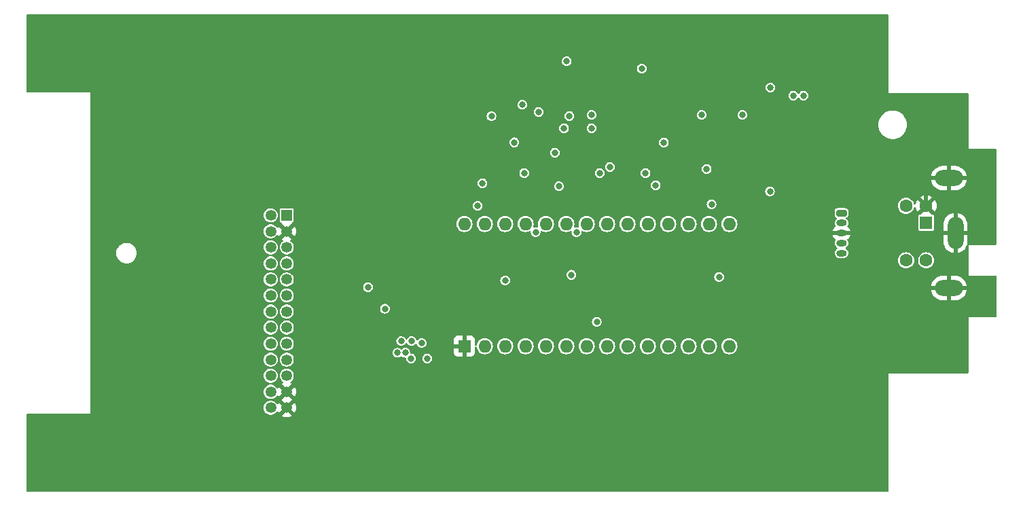
<source format=gbr>
G04 #@! TF.GenerationSoftware,KiCad,Pcbnew,7.0.7-146-g6b43bb8fe3*
G04 #@! TF.CreationDate,2023-09-29T14:39:13+01:00*
G04 #@! TF.ProjectId,Econet_A4,45636f6e-6574-45f4-9134-2e6b69636164,01*
G04 #@! TF.SameCoordinates,Original*
G04 #@! TF.FileFunction,Copper,L3,Inr*
G04 #@! TF.FilePolarity,Positive*
%FSLAX46Y46*%
G04 Gerber Fmt 4.6, Leading zero omitted, Abs format (unit mm)*
G04 Created by KiCad (PCBNEW 7.0.7-146-g6b43bb8fe3) date 2023-09-29 14:39:13*
%MOMM*%
%LPD*%
G01*
G04 APERTURE LIST*
G04 Aperture macros list*
%AMRoundRect*
0 Rectangle with rounded corners*
0 $1 Rounding radius*
0 $2 $3 $4 $5 $6 $7 $8 $9 X,Y pos of 4 corners*
0 Add a 4 corners polygon primitive as box body*
4,1,4,$2,$3,$4,$5,$6,$7,$8,$9,$2,$3,0*
0 Add four circle primitives for the rounded corners*
1,1,$1+$1,$2,$3*
1,1,$1+$1,$4,$5*
1,1,$1+$1,$6,$7*
1,1,$1+$1,$8,$9*
0 Add four rect primitives between the rounded corners*
20,1,$1+$1,$2,$3,$4,$5,0*
20,1,$1+$1,$4,$5,$6,$7,0*
20,1,$1+$1,$6,$7,$8,$9,0*
20,1,$1+$1,$8,$9,$2,$3,0*%
G04 Aperture macros list end*
G04 #@! TA.AperFunction,ComponentPad*
%ADD10RoundRect,0.200000X-0.450000X0.200000X-0.450000X-0.200000X0.450000X-0.200000X0.450000X0.200000X0*%
G04 #@! TD*
G04 #@! TA.AperFunction,ComponentPad*
%ADD11O,1.300000X0.800000*%
G04 #@! TD*
G04 #@! TA.AperFunction,ComponentPad*
%ADD12R,1.350000X1.350000*%
G04 #@! TD*
G04 #@! TA.AperFunction,ComponentPad*
%ADD13C,1.350000*%
G04 #@! TD*
G04 #@! TA.AperFunction,ComponentPad*
%ADD14R,1.600000X1.600000*%
G04 #@! TD*
G04 #@! TA.AperFunction,ComponentPad*
%ADD15O,1.600000X1.600000*%
G04 #@! TD*
G04 #@! TA.AperFunction,ComponentPad*
%ADD16C,1.600000*%
G04 #@! TD*
G04 #@! TA.AperFunction,ComponentPad*
%ADD17O,3.500000X2.000000*%
G04 #@! TD*
G04 #@! TA.AperFunction,ComponentPad*
%ADD18O,2.000000X4.000000*%
G04 #@! TD*
G04 #@! TA.AperFunction,ViaPad*
%ADD19C,0.800000*%
G04 #@! TD*
G04 #@! TA.AperFunction,Conductor*
%ADD20C,0.500000*%
G04 #@! TD*
G04 APERTURE END LIST*
D10*
X206607000Y-102745000D03*
D11*
X206607000Y-103995000D03*
X206607000Y-105245000D03*
X206607000Y-106495000D03*
X206607000Y-107745000D03*
D12*
X137475000Y-103029000D03*
D13*
X135475000Y-103029000D03*
X137475000Y-105029000D03*
X135475000Y-105029000D03*
X137475000Y-107029000D03*
X135475000Y-107029000D03*
X137475000Y-109029000D03*
X135475000Y-109029000D03*
X137475000Y-111029000D03*
X135475000Y-111029000D03*
X137475000Y-113029000D03*
X135475000Y-113029000D03*
X137475000Y-115029000D03*
X135475000Y-115029000D03*
X137475000Y-117029000D03*
X135475000Y-117029000D03*
X137475000Y-119029000D03*
X135475000Y-119029000D03*
X137475000Y-121029000D03*
X135475000Y-121029000D03*
X137475000Y-123029000D03*
X135475000Y-123029000D03*
X137475000Y-125029000D03*
X135475000Y-125029000D03*
X137475000Y-127029000D03*
X135475000Y-127029000D03*
D14*
X159615000Y-119347000D03*
D15*
X162155000Y-119347000D03*
X164695000Y-119347000D03*
X167235000Y-119347000D03*
X169775000Y-119347000D03*
X172315000Y-119347000D03*
X174855000Y-119347000D03*
X177395000Y-119347000D03*
X179935000Y-119347000D03*
X182475000Y-119347000D03*
X185015000Y-119347000D03*
X187555000Y-119347000D03*
X190095000Y-119347000D03*
X192635000Y-119347000D03*
X192635000Y-104107000D03*
X190095000Y-104107000D03*
X187555000Y-104107000D03*
X185015000Y-104107000D03*
X182475000Y-104107000D03*
X179935000Y-104107000D03*
X177395000Y-104107000D03*
X174855000Y-104107000D03*
X172315000Y-104107000D03*
X169775000Y-104107000D03*
X167235000Y-104107000D03*
X164695000Y-104107000D03*
X162155000Y-104107000D03*
X159615000Y-104107000D03*
D14*
X217169000Y-103945000D03*
D16*
X217169000Y-101845000D03*
X217169000Y-108645000D03*
X214669000Y-101845000D03*
X214669000Y-108645000D03*
D17*
X220019000Y-112095000D03*
D18*
X220819000Y-105245000D03*
D17*
X220019000Y-98395000D03*
D19*
X189180000Y-88867000D03*
X187910000Y-101694000D03*
X184481000Y-101694000D03*
X179655000Y-101694000D03*
X175845000Y-101694000D03*
X159446000Y-101694000D03*
X171273000Y-93820000D03*
X172416000Y-101694000D03*
X171428000Y-90553000D03*
X190815000Y-136049000D03*
X167708000Y-90719989D03*
X221295000Y-89059000D03*
X211135000Y-87789000D03*
X150175000Y-87789000D03*
X164240000Y-89121000D03*
X119695000Y-95409000D03*
X150175000Y-127159000D03*
X171047000Y-117477000D03*
X119695000Y-110649000D03*
X182350000Y-108079000D03*
X170412000Y-113794000D03*
X160335000Y-87789000D03*
X140015000Y-136049000D03*
X167745000Y-117477000D03*
X175746000Y-106936000D03*
X129855000Y-127159000D03*
X129855000Y-95409000D03*
X119695000Y-87789000D03*
X129855000Y-80169000D03*
X200975000Y-136049000D03*
X190815000Y-115729000D03*
X180655000Y-80169000D03*
X179226000Y-83533000D03*
X177270000Y-113794000D03*
X119695000Y-118269000D03*
X140269000Y-118269000D03*
X180191000Y-107698000D03*
X200975000Y-105569000D03*
X129855000Y-118269000D03*
X180655000Y-136049000D03*
X221295000Y-120809000D03*
X186541000Y-108841000D03*
X191720000Y-101694000D03*
X170495000Y-136049000D03*
X175111000Y-113794000D03*
X200975000Y-80169000D03*
X190815000Y-80169000D03*
X178032000Y-107317000D03*
X160335000Y-80169000D03*
X189180000Y-86581000D03*
X200975000Y-95409000D03*
X170495000Y-127159000D03*
X119695000Y-127159000D03*
X160335000Y-136049000D03*
X163675799Y-102673000D03*
X189208000Y-109222000D03*
X109535000Y-136049000D03*
X148441000Y-105031000D03*
X119695000Y-80169000D03*
X180655000Y-115983000D03*
X109535000Y-130969000D03*
X190815000Y-127159000D03*
X140015000Y-95409000D03*
X195812000Y-101856000D03*
X195312000Y-87027000D03*
X162792000Y-113540000D03*
X191720000Y-86581000D03*
X129855000Y-103029000D03*
X200975000Y-127159000D03*
X129855000Y-110649000D03*
X212405000Y-107601000D03*
X161642000Y-94074000D03*
X184509000Y-108460000D03*
X140015000Y-80169000D03*
X150175000Y-136049000D03*
X140015000Y-127159000D03*
X163427000Y-117350000D03*
X160335000Y-127159000D03*
X151108000Y-114429000D03*
X119695000Y-103029000D03*
X109535000Y-80169000D03*
X166602000Y-113667000D03*
X180655000Y-127159000D03*
X211135000Y-136049000D03*
X211135000Y-80169000D03*
X173460000Y-117477000D03*
X170495000Y-80169000D03*
X109535000Y-85249000D03*
X150854000Y-104396000D03*
X140015000Y-87789000D03*
X195812000Y-99570000D03*
X129855000Y-136049000D03*
X200975000Y-115729000D03*
X186370000Y-97695000D03*
X173206000Y-113794000D03*
X150175000Y-95409000D03*
X211135000Y-115729000D03*
X129855000Y-87789000D03*
X221295000Y-95409000D03*
X119695000Y-136049000D03*
X211135000Y-95409000D03*
X221295000Y-115729000D03*
X195530000Y-94201000D03*
X150175000Y-80169000D03*
X167573500Y-99789000D03*
X149711000Y-114683000D03*
X172701500Y-90645000D03*
X194260000Y-90518000D03*
X189180000Y-90518000D03*
X170892000Y-95217000D03*
X182195000Y-97757000D03*
X176480000Y-97757000D03*
X167070000Y-97757000D03*
X168495000Y-105123000D03*
X166828000Y-89248000D03*
X164695000Y-111145000D03*
X190426888Y-101647264D03*
X191365000Y-110711000D03*
X200610000Y-88105000D03*
X165837299Y-93942701D03*
X175464000Y-92169000D03*
X152241214Y-120171000D03*
X161264063Y-101848992D03*
X177750000Y-96995000D03*
X171400000Y-99408000D03*
X183465000Y-99281000D03*
X162994000Y-90698001D03*
X181714500Y-84752200D03*
X197754498Y-87109511D03*
X189815000Y-97249000D03*
X184481000Y-93947000D03*
X172372299Y-83828060D03*
X175464000Y-90518000D03*
X168860000Y-90137000D03*
X161864980Y-99027000D03*
X151241712Y-120171512D03*
X172035000Y-92169000D03*
X176115000Y-116299000D03*
X173585000Y-105123000D03*
X147595000Y-111981000D03*
X154281000Y-118963000D03*
X153025000Y-118709000D03*
X151741000Y-118709000D03*
X152975000Y-120871500D03*
X154975000Y-120871000D03*
X172955250Y-110451500D03*
X197710701Y-100038701D03*
X201880000Y-88105000D03*
D20*
X220019000Y-112095000D02*
X220019000Y-109733000D01*
X163801000Y-101694000D02*
X163675799Y-101819201D01*
X159755000Y-112095000D02*
X159615000Y-112235000D01*
X220019000Y-112095000D02*
X159755000Y-112095000D01*
X195530000Y-94201000D02*
X195530000Y-89629000D01*
X220819000Y-105245000D02*
X220819000Y-108933000D01*
X195468000Y-88867000D02*
X195530000Y-88805000D01*
X167708000Y-87555000D02*
X170388000Y-87555000D01*
X158365489Y-101901511D02*
X158573000Y-101694000D01*
X187838000Y-88867000D02*
X179364000Y-88867000D01*
X164240000Y-87676000D02*
X164119000Y-87555000D01*
X167484000Y-101694000D02*
X163801000Y-101694000D01*
X189180000Y-88867000D02*
X187838000Y-88867000D01*
X187910000Y-88939000D02*
X187838000Y-88867000D01*
X167484000Y-99878500D02*
X167573500Y-99789000D01*
X195530000Y-94201000D02*
X216358000Y-94201000D01*
X170388000Y-87555000D02*
X171184999Y-88351999D01*
X187910000Y-101694000D02*
X187910000Y-88939000D01*
X164240000Y-89121000D02*
X164240000Y-87676000D01*
X175845000Y-101694000D02*
X179655000Y-101694000D01*
X159615000Y-112235000D02*
X159615000Y-106149000D01*
X164119000Y-87555000D02*
X167708000Y-87555000D01*
X191720000Y-101694000D02*
X191720000Y-88895000D01*
X161590000Y-91401000D02*
X161590000Y-87555000D01*
X163649807Y-102698992D02*
X160450992Y-102698992D01*
X191720000Y-88895000D02*
X191748000Y-88867000D01*
X179226000Y-88867000D02*
X179364000Y-88867000D01*
X167708000Y-90719989D02*
X167708000Y-87555000D01*
X138600000Y-123904000D02*
X137475000Y-125029000D01*
X179655000Y-101694000D02*
X184481000Y-101694000D01*
X158365489Y-104899489D02*
X158365489Y-101901511D01*
X164119000Y-87555000D02*
X161590000Y-87555000D01*
X195530000Y-89629000D02*
X195530000Y-88805000D01*
X137475000Y-105029000D02*
X138600000Y-106154000D01*
X140810000Y-101694000D02*
X137475000Y-105029000D01*
X163675799Y-102673000D02*
X163649807Y-102698992D01*
X171273000Y-93820000D02*
X171184999Y-93731999D01*
X160450992Y-102698992D02*
X159446000Y-101694000D01*
X217169000Y-98265000D02*
X217169000Y-99235000D01*
X171184999Y-93731999D02*
X171184999Y-90796001D01*
X138600000Y-106154000D02*
X138600000Y-123904000D01*
X159615000Y-106149000D02*
X158365489Y-104899489D01*
X191748000Y-88867000D02*
X195468000Y-88867000D01*
X161590000Y-93027000D02*
X161590000Y-91655000D01*
X175845000Y-101694000D02*
X172416000Y-101694000D01*
X217169000Y-95012000D02*
X217169000Y-98265000D01*
X171184999Y-90796001D02*
X171428000Y-90553000D01*
X161590000Y-93027000D02*
X161590000Y-94022000D01*
X189180000Y-88867000D02*
X191748000Y-88867000D01*
X171184999Y-88867000D02*
X179226000Y-88867000D01*
X159446000Y-101694000D02*
X158573000Y-101694000D01*
X179226000Y-83533000D02*
X179226000Y-88867000D01*
X158573000Y-101694000D02*
X140810000Y-101694000D01*
X161590000Y-94022000D02*
X161642000Y-94074000D01*
X171184999Y-90309999D02*
X171184999Y-88867000D01*
X220819000Y-105245000D02*
X220819000Y-101567000D01*
X171184999Y-88867000D02*
X171184999Y-88351999D01*
X216358000Y-94201000D02*
X217169000Y-95012000D01*
X159615000Y-119347000D02*
X159615000Y-112235000D01*
X195530000Y-87245000D02*
X195312000Y-87027000D01*
X217299000Y-98395000D02*
X220019000Y-98395000D01*
X220019000Y-100767000D02*
X220819000Y-101567000D01*
X167484000Y-101694000D02*
X167484000Y-99878500D01*
X217169000Y-101845000D02*
X217169000Y-99235000D01*
X171428000Y-90553000D02*
X171184999Y-90309999D01*
X161559000Y-91624000D02*
X161590000Y-91655000D01*
X220019000Y-98395000D02*
X220019000Y-100767000D01*
X167484000Y-101694000D02*
X172416000Y-101694000D01*
X195530000Y-88805000D02*
X195530000Y-87245000D01*
X161590000Y-91655000D02*
X161590000Y-91401000D01*
X217299000Y-98395000D02*
X217169000Y-98265000D01*
X184481000Y-101694000D02*
X187910000Y-101694000D01*
X220019000Y-109733000D02*
X220819000Y-108933000D01*
X163675799Y-102673000D02*
X163675799Y-101819201D01*
G04 #@! TA.AperFunction,Conductor*
G36*
X212412539Y-77990185D02*
G01*
X212458294Y-78042989D01*
X212469500Y-78094500D01*
X212469500Y-87715264D01*
X212467398Y-87725832D01*
X212467399Y-87745000D01*
X212469500Y-87750073D01*
X212475482Y-87764516D01*
X212475483Y-87764517D01*
X212495000Y-87772601D01*
X212514177Y-87772601D01*
X212524739Y-87770500D01*
X222345500Y-87770500D01*
X222412539Y-87790185D01*
X222458294Y-87842989D01*
X222469500Y-87894500D01*
X222469500Y-94715264D01*
X222467398Y-94725832D01*
X222467399Y-94745000D01*
X222469500Y-94750073D01*
X222475482Y-94764516D01*
X222475483Y-94764517D01*
X222495000Y-94772601D01*
X222514177Y-94772601D01*
X222524739Y-94770500D01*
X225845500Y-94770500D01*
X225912539Y-94790185D01*
X225958294Y-94842989D01*
X225969500Y-94894500D01*
X225969500Y-106595500D01*
X225949815Y-106662539D01*
X225897011Y-106708294D01*
X225845500Y-106719500D01*
X222524738Y-106719500D01*
X222514176Y-106717399D01*
X222495000Y-106717399D01*
X222489928Y-106719500D01*
X222452695Y-106734922D01*
X222452274Y-106733906D01*
X222443372Y-106738766D01*
X222457507Y-106754591D01*
X222469500Y-106807793D01*
X222469500Y-110515264D01*
X222467398Y-110525832D01*
X222467399Y-110544999D01*
X222467399Y-110545000D01*
X222473594Y-110559956D01*
X222475483Y-110564517D01*
X222495000Y-110572601D01*
X222495000Y-110572600D01*
X222495002Y-110572601D01*
X222514177Y-110572601D01*
X222524739Y-110570500D01*
X225845500Y-110570500D01*
X225912539Y-110590185D01*
X225958294Y-110642989D01*
X225969500Y-110694500D01*
X225969500Y-115595500D01*
X225949815Y-115662539D01*
X225897011Y-115708294D01*
X225845500Y-115719500D01*
X222524738Y-115719500D01*
X222514176Y-115717399D01*
X222495000Y-115717399D01*
X222489928Y-115719500D01*
X222475482Y-115725483D01*
X222467399Y-115744999D01*
X222467399Y-115764177D01*
X222469500Y-115774738D01*
X222469500Y-122595500D01*
X222449815Y-122662539D01*
X222397011Y-122708294D01*
X222345500Y-122719500D01*
X212524738Y-122719500D01*
X212514176Y-122717399D01*
X212495000Y-122717399D01*
X212489928Y-122719500D01*
X212475482Y-122725483D01*
X212467399Y-122744999D01*
X212467399Y-122764177D01*
X212469500Y-122774738D01*
X212469500Y-137395500D01*
X212449815Y-137462539D01*
X212397011Y-137508294D01*
X212345500Y-137519500D01*
X105144500Y-137519500D01*
X105077461Y-137499815D01*
X105031706Y-137447011D01*
X105020500Y-137395500D01*
X105020500Y-127894500D01*
X105040185Y-127827461D01*
X105092989Y-127781706D01*
X105144500Y-127770500D01*
X112965261Y-127770500D01*
X112975823Y-127772601D01*
X112995000Y-127772601D01*
X113014517Y-127764517D01*
X113020500Y-127750072D01*
X113022601Y-127745000D01*
X113022600Y-127744997D01*
X113022601Y-127725832D01*
X113020500Y-127715264D01*
X113020500Y-127029000D01*
X134594678Y-127029000D01*
X134613915Y-127212029D01*
X134613916Y-127212032D01*
X134670783Y-127387053D01*
X134670786Y-127387059D01*
X134762805Y-127546440D01*
X134856235Y-127650205D01*
X134885949Y-127683206D01*
X134885951Y-127683208D01*
X135034834Y-127791378D01*
X135034835Y-127791378D01*
X135034839Y-127791381D01*
X135171953Y-127852428D01*
X135202961Y-127866234D01*
X135202966Y-127866236D01*
X135382981Y-127904500D01*
X135567019Y-127904500D01*
X135747034Y-127866236D01*
X135915161Y-127791381D01*
X136064050Y-127683207D01*
X136187195Y-127546440D01*
X136196758Y-127529875D01*
X136247323Y-127481660D01*
X136315930Y-127468435D01*
X136380795Y-127494402D01*
X136415146Y-127536602D01*
X136471711Y-127650201D01*
X136471719Y-127650214D01*
X136483987Y-127666459D01*
X137030550Y-127119896D01*
X137031327Y-127130265D01*
X137080887Y-127256541D01*
X137165465Y-127362599D01*
X137277547Y-127439016D01*
X137385299Y-127472252D01*
X136839831Y-128017719D01*
X136949013Y-128085322D01*
X136949014Y-128085323D01*
X137152069Y-128163986D01*
X137366122Y-128204000D01*
X137583878Y-128204000D01*
X137797929Y-128163986D01*
X137797939Y-128163983D01*
X138000985Y-128085323D01*
X138000989Y-128085321D01*
X138110166Y-128017720D01*
X138110166Y-128017719D01*
X137563232Y-127470784D01*
X137609138Y-127463865D01*
X137731357Y-127405007D01*
X137830798Y-127312740D01*
X137898625Y-127195260D01*
X137916499Y-127116946D01*
X138466011Y-127666459D01*
X138478284Y-127650208D01*
X138478285Y-127650205D01*
X138575344Y-127455287D01*
X138575349Y-127455274D01*
X138634942Y-127245830D01*
X138655034Y-127029000D01*
X138655034Y-127028999D01*
X138634942Y-126812169D01*
X138575349Y-126602725D01*
X138575344Y-126602712D01*
X138478284Y-126407791D01*
X138466011Y-126391539D01*
X137919449Y-126938101D01*
X137918673Y-126927735D01*
X137869113Y-126801459D01*
X137784535Y-126695401D01*
X137672453Y-126618984D01*
X137564700Y-126585747D01*
X138110516Y-126039930D01*
X138110516Y-126018068D01*
X137563232Y-125470784D01*
X137609138Y-125463865D01*
X137731357Y-125405007D01*
X137830798Y-125312740D01*
X137898625Y-125195260D01*
X137916499Y-125116946D01*
X138466011Y-125666459D01*
X138478284Y-125650208D01*
X138478285Y-125650205D01*
X138575344Y-125455287D01*
X138575349Y-125455274D01*
X138634942Y-125245830D01*
X138655034Y-125029000D01*
X138655034Y-125028999D01*
X138634942Y-124812169D01*
X138575349Y-124602725D01*
X138575344Y-124602712D01*
X138478284Y-124407791D01*
X138466011Y-124391539D01*
X137919449Y-124938101D01*
X137918673Y-124927735D01*
X137869113Y-124801459D01*
X137784535Y-124695401D01*
X137672453Y-124618984D01*
X137564700Y-124585747D01*
X138110167Y-124040279D01*
X138000984Y-123972676D01*
X138000977Y-123972673D01*
X137994434Y-123970138D01*
X137939033Y-123927565D01*
X137915443Y-123861798D01*
X137931155Y-123793718D01*
X137966342Y-123754195D01*
X138064050Y-123683207D01*
X138187195Y-123546440D01*
X138279214Y-123387059D01*
X138336085Y-123212029D01*
X138355322Y-123029000D01*
X138336085Y-122845971D01*
X138279214Y-122670941D01*
X138187195Y-122511560D01*
X138064050Y-122374793D01*
X138064048Y-122374791D01*
X137915165Y-122266621D01*
X137915162Y-122266619D01*
X137915161Y-122266619D01*
X137854112Y-122239438D01*
X137747038Y-122191765D01*
X137747033Y-122191763D01*
X137567019Y-122153500D01*
X137382981Y-122153500D01*
X137202966Y-122191763D01*
X137202961Y-122191765D01*
X137034839Y-122266619D01*
X137034834Y-122266621D01*
X136885951Y-122374791D01*
X136885949Y-122374793D01*
X136762804Y-122511561D01*
X136670786Y-122670940D01*
X136670783Y-122670946D01*
X136613916Y-122845967D01*
X136613915Y-122845971D01*
X136598321Y-122994342D01*
X136584137Y-123028814D01*
X136596977Y-123054312D01*
X136598319Y-123063646D01*
X136613915Y-123212029D01*
X136613916Y-123212032D01*
X136670783Y-123387053D01*
X136670786Y-123387059D01*
X136762805Y-123546440D01*
X136872327Y-123668077D01*
X136885949Y-123683206D01*
X136885951Y-123683208D01*
X136983655Y-123754194D01*
X137026321Y-123809524D01*
X137032300Y-123879137D01*
X136999694Y-123940932D01*
X136955568Y-123970137D01*
X136949022Y-123972672D01*
X136949010Y-123972679D01*
X136839832Y-124040278D01*
X136839831Y-124040279D01*
X137386768Y-124587215D01*
X137340862Y-124594135D01*
X137218643Y-124652993D01*
X137119202Y-124745260D01*
X137051375Y-124862740D01*
X137033500Y-124941052D01*
X136483987Y-124391539D01*
X136471716Y-124407789D01*
X136415146Y-124521397D01*
X136367643Y-124572634D01*
X136299980Y-124590055D01*
X136233639Y-124568129D01*
X136196759Y-124528125D01*
X136187195Y-124511560D01*
X136064050Y-124374793D01*
X136064048Y-124374791D01*
X135915165Y-124266621D01*
X135915162Y-124266619D01*
X135915161Y-124266619D01*
X135854112Y-124239438D01*
X135747038Y-124191765D01*
X135747033Y-124191763D01*
X135567019Y-124153500D01*
X135382981Y-124153500D01*
X135202966Y-124191763D01*
X135202961Y-124191765D01*
X135034839Y-124266619D01*
X135034834Y-124266621D01*
X134885951Y-124374791D01*
X134885949Y-124374793D01*
X134762804Y-124511561D01*
X134670786Y-124670940D01*
X134670783Y-124670946D01*
X134613916Y-124845967D01*
X134613915Y-124845971D01*
X134594678Y-125029000D01*
X134613915Y-125212029D01*
X134613916Y-125212032D01*
X134670783Y-125387053D01*
X134670786Y-125387059D01*
X134762805Y-125546440D01*
X134856235Y-125650205D01*
X134885949Y-125683206D01*
X134885951Y-125683208D01*
X135034834Y-125791378D01*
X135034835Y-125791378D01*
X135034839Y-125791381D01*
X135171953Y-125852428D01*
X135202961Y-125866234D01*
X135202966Y-125866236D01*
X135382981Y-125904500D01*
X135567019Y-125904500D01*
X135747034Y-125866236D01*
X135915161Y-125791381D01*
X136064050Y-125683207D01*
X136187195Y-125546440D01*
X136196758Y-125529875D01*
X136247323Y-125481660D01*
X136315930Y-125468435D01*
X136380795Y-125494402D01*
X136415146Y-125536602D01*
X136471711Y-125650201D01*
X136471719Y-125650214D01*
X136483987Y-125666459D01*
X137030550Y-125119896D01*
X137031327Y-125130265D01*
X137080887Y-125256541D01*
X137165465Y-125362599D01*
X137277547Y-125439016D01*
X137385299Y-125472253D01*
X136839482Y-126018070D01*
X136839482Y-126039929D01*
X137386768Y-126587215D01*
X137340862Y-126594135D01*
X137218643Y-126652993D01*
X137119202Y-126745260D01*
X137051375Y-126862740D01*
X137033500Y-126941052D01*
X136483987Y-126391539D01*
X136471716Y-126407789D01*
X136415146Y-126521397D01*
X136367643Y-126572634D01*
X136299980Y-126590055D01*
X136233639Y-126568129D01*
X136196759Y-126528125D01*
X136187195Y-126511560D01*
X136064050Y-126374793D01*
X136064048Y-126374791D01*
X135915165Y-126266621D01*
X135915162Y-126266619D01*
X135915161Y-126266619D01*
X135854112Y-126239438D01*
X135747038Y-126191765D01*
X135747033Y-126191763D01*
X135567019Y-126153500D01*
X135382981Y-126153500D01*
X135202966Y-126191763D01*
X135202961Y-126191765D01*
X135034839Y-126266619D01*
X135034834Y-126266621D01*
X134885951Y-126374791D01*
X134885949Y-126374793D01*
X134762804Y-126511561D01*
X134670786Y-126670940D01*
X134670783Y-126670946D01*
X134613916Y-126845967D01*
X134613915Y-126845971D01*
X134594678Y-127029000D01*
X113020500Y-127029000D01*
X113020500Y-123029000D01*
X134594678Y-123029000D01*
X134613915Y-123212029D01*
X134613916Y-123212032D01*
X134670783Y-123387053D01*
X134670786Y-123387059D01*
X134762805Y-123546440D01*
X134872327Y-123668077D01*
X134885949Y-123683206D01*
X134885951Y-123683208D01*
X135034834Y-123791378D01*
X135034835Y-123791378D01*
X135034839Y-123791381D01*
X135171953Y-123852428D01*
X135202961Y-123866234D01*
X135202966Y-123866236D01*
X135382981Y-123904500D01*
X135567019Y-123904500D01*
X135747034Y-123866236D01*
X135915161Y-123791381D01*
X136064050Y-123683207D01*
X136187195Y-123546440D01*
X136279214Y-123387059D01*
X136336085Y-123212029D01*
X136351679Y-123063655D01*
X136365862Y-123029184D01*
X136353023Y-123003687D01*
X136351679Y-122994342D01*
X136336085Y-122845971D01*
X136279214Y-122670941D01*
X136187195Y-122511560D01*
X136064050Y-122374793D01*
X136064048Y-122374791D01*
X135915165Y-122266621D01*
X135915162Y-122266619D01*
X135915161Y-122266619D01*
X135854112Y-122239438D01*
X135747038Y-122191765D01*
X135747033Y-122191763D01*
X135567019Y-122153500D01*
X135382981Y-122153500D01*
X135202966Y-122191763D01*
X135202961Y-122191765D01*
X135034839Y-122266619D01*
X135034834Y-122266621D01*
X134885951Y-122374791D01*
X134885949Y-122374793D01*
X134762804Y-122511561D01*
X134670786Y-122670940D01*
X134670783Y-122670946D01*
X134613916Y-122845967D01*
X134613915Y-122845971D01*
X134594678Y-123029000D01*
X113020500Y-123029000D01*
X113020500Y-121029000D01*
X134594678Y-121029000D01*
X134613915Y-121212029D01*
X134613916Y-121212032D01*
X134670783Y-121387053D01*
X134670786Y-121387059D01*
X134762805Y-121546440D01*
X134872327Y-121668077D01*
X134885949Y-121683206D01*
X134885951Y-121683208D01*
X135034834Y-121791378D01*
X135034835Y-121791378D01*
X135034839Y-121791381D01*
X135171953Y-121852428D01*
X135202961Y-121866234D01*
X135202966Y-121866236D01*
X135382981Y-121904500D01*
X135567019Y-121904500D01*
X135747034Y-121866236D01*
X135915161Y-121791381D01*
X136064050Y-121683207D01*
X136187195Y-121546440D01*
X136279214Y-121387059D01*
X136336085Y-121212029D01*
X136351679Y-121063655D01*
X136365862Y-121029184D01*
X136365676Y-121028814D01*
X136584137Y-121028814D01*
X136596977Y-121054312D01*
X136598319Y-121063646D01*
X136613915Y-121212029D01*
X136613916Y-121212032D01*
X136670783Y-121387053D01*
X136670786Y-121387059D01*
X136762805Y-121546440D01*
X136872327Y-121668077D01*
X136885949Y-121683206D01*
X136885951Y-121683208D01*
X137034834Y-121791378D01*
X137034835Y-121791378D01*
X137034839Y-121791381D01*
X137171953Y-121852428D01*
X137202961Y-121866234D01*
X137202966Y-121866236D01*
X137382981Y-121904500D01*
X137567019Y-121904500D01*
X137747034Y-121866236D01*
X137915161Y-121791381D01*
X138064050Y-121683207D01*
X138187195Y-121546440D01*
X138279214Y-121387059D01*
X138336085Y-121212029D01*
X138355322Y-121029000D01*
X138336085Y-120845971D01*
X138293444Y-120714737D01*
X138279216Y-120670946D01*
X138279213Y-120670940D01*
X138187195Y-120511560D01*
X138064050Y-120374793D01*
X138064048Y-120374791D01*
X137915165Y-120266621D01*
X137915162Y-120266619D01*
X137915161Y-120266619D01*
X137854112Y-120239438D01*
X137747038Y-120191765D01*
X137747033Y-120191763D01*
X137651764Y-120171513D01*
X150636030Y-120171513D01*
X150656667Y-120328272D01*
X150656668Y-120328274D01*
X150717176Y-120474353D01*
X150813430Y-120599794D01*
X150938871Y-120696048D01*
X151084950Y-120756556D01*
X151163331Y-120766875D01*
X151241711Y-120777194D01*
X151241712Y-120777194D01*
X151241713Y-120777194D01*
X151293966Y-120770314D01*
X151398474Y-120756556D01*
X151544553Y-120696048D01*
X151666313Y-120602618D01*
X151731478Y-120577426D01*
X151799923Y-120591464D01*
X151817282Y-120602620D01*
X151938371Y-120695535D01*
X151938372Y-120695535D01*
X151938373Y-120695536D01*
X152084452Y-120756044D01*
X152162833Y-120766363D01*
X152241213Y-120776682D01*
X152248090Y-120776682D01*
X152315129Y-120796367D01*
X152360884Y-120849171D01*
X152371029Y-120884497D01*
X152389955Y-121028260D01*
X152389956Y-121028262D01*
X152450464Y-121174341D01*
X152546718Y-121299782D01*
X152672159Y-121396036D01*
X152818238Y-121456544D01*
X152896619Y-121466863D01*
X152974999Y-121477182D01*
X152975000Y-121477182D01*
X152975001Y-121477182D01*
X153027254Y-121470302D01*
X153131762Y-121456544D01*
X153277841Y-121396036D01*
X153403282Y-121299782D01*
X153499536Y-121174341D01*
X153560044Y-121028262D01*
X153580682Y-120871500D01*
X153580616Y-120871001D01*
X154369318Y-120871001D01*
X154389955Y-121027760D01*
X154389956Y-121027762D01*
X154450464Y-121173841D01*
X154546718Y-121299282D01*
X154672159Y-121395536D01*
X154818238Y-121456044D01*
X154896619Y-121466363D01*
X154974999Y-121476682D01*
X154975000Y-121476682D01*
X154975001Y-121476682D01*
X155027254Y-121469802D01*
X155131762Y-121456044D01*
X155277841Y-121395536D01*
X155403282Y-121299282D01*
X155499536Y-121173841D01*
X155560044Y-121027762D01*
X155580616Y-120871500D01*
X155580682Y-120871001D01*
X155580682Y-120870998D01*
X155560044Y-120714239D01*
X155560044Y-120714238D01*
X155499536Y-120568159D01*
X155403282Y-120442718D01*
X155277841Y-120346464D01*
X155131762Y-120285956D01*
X155131760Y-120285955D01*
X154975001Y-120265318D01*
X154974999Y-120265318D01*
X154818239Y-120285955D01*
X154818237Y-120285956D01*
X154672160Y-120346463D01*
X154546718Y-120442718D01*
X154450463Y-120568160D01*
X154389956Y-120714237D01*
X154389955Y-120714239D01*
X154369318Y-120870998D01*
X154369318Y-120871001D01*
X153580616Y-120871001D01*
X153560044Y-120714739D01*
X153560044Y-120714738D01*
X153499536Y-120568659D01*
X153403282Y-120443218D01*
X153277841Y-120346964D01*
X153276631Y-120346463D01*
X153131762Y-120286456D01*
X153131760Y-120286455D01*
X152975002Y-120265818D01*
X152968124Y-120265818D01*
X152901085Y-120246133D01*
X152856643Y-120194844D01*
X158315000Y-120194844D01*
X158321401Y-120254372D01*
X158321403Y-120254379D01*
X158371645Y-120389086D01*
X158371649Y-120389093D01*
X158457809Y-120504187D01*
X158457812Y-120504190D01*
X158572906Y-120590350D01*
X158572913Y-120590354D01*
X158707620Y-120640596D01*
X158707627Y-120640598D01*
X158767155Y-120646999D01*
X158767172Y-120647000D01*
X159365000Y-120647000D01*
X159365000Y-119662686D01*
X159376955Y-119674641D01*
X159489852Y-119732165D01*
X159583519Y-119747000D01*
X159646481Y-119747000D01*
X159740148Y-119732165D01*
X159853045Y-119674641D01*
X159865000Y-119662686D01*
X159865000Y-120647000D01*
X160462828Y-120647000D01*
X160462844Y-120646999D01*
X160522372Y-120640598D01*
X160522379Y-120640596D01*
X160657086Y-120590354D01*
X160657093Y-120590350D01*
X160772187Y-120504190D01*
X160772190Y-120504187D01*
X160858350Y-120389093D01*
X160858354Y-120389086D01*
X160908596Y-120254379D01*
X160908598Y-120254372D01*
X160914999Y-120194844D01*
X160915000Y-120194827D01*
X160915000Y-119488548D01*
X160934685Y-119421509D01*
X160987489Y-119375754D01*
X161056647Y-119365810D01*
X161120203Y-119394835D01*
X161157977Y-119453613D01*
X161162403Y-119476394D01*
X161168975Y-119543129D01*
X161226188Y-119731733D01*
X161319086Y-119905532D01*
X161319090Y-119905539D01*
X161444116Y-120057883D01*
X161596460Y-120182909D01*
X161596467Y-120182913D01*
X161770266Y-120275811D01*
X161770269Y-120275811D01*
X161770273Y-120275814D01*
X161958868Y-120333024D01*
X162155000Y-120352341D01*
X162351132Y-120333024D01*
X162539727Y-120275814D01*
X162713538Y-120182910D01*
X162865883Y-120057883D01*
X162990910Y-119905538D01*
X163073488Y-119751046D01*
X163083811Y-119731733D01*
X163083811Y-119731732D01*
X163083814Y-119731727D01*
X163141024Y-119543132D01*
X163160341Y-119347000D01*
X163689659Y-119347000D01*
X163708975Y-119543129D01*
X163766188Y-119731733D01*
X163859086Y-119905532D01*
X163859090Y-119905539D01*
X163984116Y-120057883D01*
X164136460Y-120182909D01*
X164136467Y-120182913D01*
X164310266Y-120275811D01*
X164310269Y-120275811D01*
X164310273Y-120275814D01*
X164498868Y-120333024D01*
X164695000Y-120352341D01*
X164891132Y-120333024D01*
X165079727Y-120275814D01*
X165253538Y-120182910D01*
X165405883Y-120057883D01*
X165530910Y-119905538D01*
X165613488Y-119751046D01*
X165623811Y-119731733D01*
X165623811Y-119731732D01*
X165623814Y-119731727D01*
X165681024Y-119543132D01*
X165700341Y-119347000D01*
X166229659Y-119347000D01*
X166248975Y-119543129D01*
X166306188Y-119731733D01*
X166399086Y-119905532D01*
X166399090Y-119905539D01*
X166524116Y-120057883D01*
X166676460Y-120182909D01*
X166676467Y-120182913D01*
X166850266Y-120275811D01*
X166850269Y-120275811D01*
X166850273Y-120275814D01*
X167038868Y-120333024D01*
X167235000Y-120352341D01*
X167431132Y-120333024D01*
X167619727Y-120275814D01*
X167793538Y-120182910D01*
X167945883Y-120057883D01*
X168070910Y-119905538D01*
X168153488Y-119751046D01*
X168163811Y-119731733D01*
X168163811Y-119731732D01*
X168163814Y-119731727D01*
X168221024Y-119543132D01*
X168240341Y-119347000D01*
X168769659Y-119347000D01*
X168788975Y-119543129D01*
X168846188Y-119731733D01*
X168939086Y-119905532D01*
X168939090Y-119905539D01*
X169064116Y-120057883D01*
X169216460Y-120182909D01*
X169216467Y-120182913D01*
X169390266Y-120275811D01*
X169390269Y-120275811D01*
X169390273Y-120275814D01*
X169578868Y-120333024D01*
X169775000Y-120352341D01*
X169971132Y-120333024D01*
X170159727Y-120275814D01*
X170333538Y-120182910D01*
X170485883Y-120057883D01*
X170610910Y-119905538D01*
X170693488Y-119751046D01*
X170703811Y-119731733D01*
X170703811Y-119731732D01*
X170703814Y-119731727D01*
X170761024Y-119543132D01*
X170780341Y-119347000D01*
X171309659Y-119347000D01*
X171328975Y-119543129D01*
X171386188Y-119731733D01*
X171479086Y-119905532D01*
X171479090Y-119905539D01*
X171604116Y-120057883D01*
X171756460Y-120182909D01*
X171756467Y-120182913D01*
X171930266Y-120275811D01*
X171930269Y-120275811D01*
X171930273Y-120275814D01*
X172118868Y-120333024D01*
X172315000Y-120352341D01*
X172511132Y-120333024D01*
X172699727Y-120275814D01*
X172873538Y-120182910D01*
X173025883Y-120057883D01*
X173150910Y-119905538D01*
X173233488Y-119751046D01*
X173243811Y-119731733D01*
X173243811Y-119731732D01*
X173243814Y-119731727D01*
X173301024Y-119543132D01*
X173320341Y-119347000D01*
X173849659Y-119347000D01*
X173868975Y-119543129D01*
X173926188Y-119731733D01*
X174019086Y-119905532D01*
X174019090Y-119905539D01*
X174144116Y-120057883D01*
X174296460Y-120182909D01*
X174296467Y-120182913D01*
X174470266Y-120275811D01*
X174470269Y-120275811D01*
X174470273Y-120275814D01*
X174658868Y-120333024D01*
X174855000Y-120352341D01*
X175051132Y-120333024D01*
X175239727Y-120275814D01*
X175413538Y-120182910D01*
X175565883Y-120057883D01*
X175690910Y-119905538D01*
X175773488Y-119751046D01*
X175783811Y-119731733D01*
X175783811Y-119731732D01*
X175783814Y-119731727D01*
X175841024Y-119543132D01*
X175860341Y-119347000D01*
X176389659Y-119347000D01*
X176408975Y-119543129D01*
X176466188Y-119731733D01*
X176559086Y-119905532D01*
X176559090Y-119905539D01*
X176684116Y-120057883D01*
X176836460Y-120182909D01*
X176836467Y-120182913D01*
X177010266Y-120275811D01*
X177010269Y-120275811D01*
X177010273Y-120275814D01*
X177198868Y-120333024D01*
X177395000Y-120352341D01*
X177591132Y-120333024D01*
X177779727Y-120275814D01*
X177953538Y-120182910D01*
X178105883Y-120057883D01*
X178230910Y-119905538D01*
X178313488Y-119751046D01*
X178323811Y-119731733D01*
X178323811Y-119731732D01*
X178323814Y-119731727D01*
X178381024Y-119543132D01*
X178400341Y-119347000D01*
X178929659Y-119347000D01*
X178948975Y-119543129D01*
X179006188Y-119731733D01*
X179099086Y-119905532D01*
X179099090Y-119905539D01*
X179224116Y-120057883D01*
X179376460Y-120182909D01*
X179376467Y-120182913D01*
X179550266Y-120275811D01*
X179550269Y-120275811D01*
X179550273Y-120275814D01*
X179738868Y-120333024D01*
X179935000Y-120352341D01*
X180131132Y-120333024D01*
X180319727Y-120275814D01*
X180493538Y-120182910D01*
X180645883Y-120057883D01*
X180770910Y-119905538D01*
X180853488Y-119751046D01*
X180863811Y-119731733D01*
X180863811Y-119731732D01*
X180863814Y-119731727D01*
X180921024Y-119543132D01*
X180940341Y-119347000D01*
X181469659Y-119347000D01*
X181488975Y-119543129D01*
X181546188Y-119731733D01*
X181639086Y-119905532D01*
X181639090Y-119905539D01*
X181764116Y-120057883D01*
X181916460Y-120182909D01*
X181916467Y-120182913D01*
X182090266Y-120275811D01*
X182090269Y-120275811D01*
X182090273Y-120275814D01*
X182278868Y-120333024D01*
X182475000Y-120352341D01*
X182671132Y-120333024D01*
X182859727Y-120275814D01*
X183033538Y-120182910D01*
X183185883Y-120057883D01*
X183310910Y-119905538D01*
X183393488Y-119751046D01*
X183403811Y-119731733D01*
X183403811Y-119731732D01*
X183403814Y-119731727D01*
X183461024Y-119543132D01*
X183480341Y-119347000D01*
X184009659Y-119347000D01*
X184028975Y-119543129D01*
X184086188Y-119731733D01*
X184179086Y-119905532D01*
X184179090Y-119905539D01*
X184304116Y-120057883D01*
X184456460Y-120182909D01*
X184456467Y-120182913D01*
X184630266Y-120275811D01*
X184630269Y-120275811D01*
X184630273Y-120275814D01*
X184818868Y-120333024D01*
X185015000Y-120352341D01*
X185211132Y-120333024D01*
X185399727Y-120275814D01*
X185573538Y-120182910D01*
X185725883Y-120057883D01*
X185850910Y-119905538D01*
X185933488Y-119751046D01*
X185943811Y-119731733D01*
X185943811Y-119731732D01*
X185943814Y-119731727D01*
X186001024Y-119543132D01*
X186020341Y-119347000D01*
X186549659Y-119347000D01*
X186568975Y-119543129D01*
X186626188Y-119731733D01*
X186719086Y-119905532D01*
X186719090Y-119905539D01*
X186844116Y-120057883D01*
X186996460Y-120182909D01*
X186996467Y-120182913D01*
X187170266Y-120275811D01*
X187170269Y-120275811D01*
X187170273Y-120275814D01*
X187358868Y-120333024D01*
X187555000Y-120352341D01*
X187751132Y-120333024D01*
X187939727Y-120275814D01*
X188113538Y-120182910D01*
X188265883Y-120057883D01*
X188390910Y-119905538D01*
X188473488Y-119751046D01*
X188483811Y-119731733D01*
X188483811Y-119731732D01*
X188483814Y-119731727D01*
X188541024Y-119543132D01*
X188560341Y-119347000D01*
X189089659Y-119347000D01*
X189108975Y-119543129D01*
X189166188Y-119731733D01*
X189259086Y-119905532D01*
X189259090Y-119905539D01*
X189384116Y-120057883D01*
X189536460Y-120182909D01*
X189536467Y-120182913D01*
X189710266Y-120275811D01*
X189710269Y-120275811D01*
X189710273Y-120275814D01*
X189898868Y-120333024D01*
X190095000Y-120352341D01*
X190291132Y-120333024D01*
X190479727Y-120275814D01*
X190653538Y-120182910D01*
X190805883Y-120057883D01*
X190930910Y-119905538D01*
X191013488Y-119751046D01*
X191023811Y-119731733D01*
X191023811Y-119731732D01*
X191023814Y-119731727D01*
X191081024Y-119543132D01*
X191100341Y-119347000D01*
X191629659Y-119347000D01*
X191648975Y-119543129D01*
X191706188Y-119731733D01*
X191799086Y-119905532D01*
X191799090Y-119905539D01*
X191924116Y-120057883D01*
X192076460Y-120182909D01*
X192076467Y-120182913D01*
X192250266Y-120275811D01*
X192250269Y-120275811D01*
X192250273Y-120275814D01*
X192438868Y-120333024D01*
X192635000Y-120352341D01*
X192831132Y-120333024D01*
X193019727Y-120275814D01*
X193193538Y-120182910D01*
X193345883Y-120057883D01*
X193470910Y-119905538D01*
X193553488Y-119751046D01*
X193563811Y-119731733D01*
X193563811Y-119731732D01*
X193563814Y-119731727D01*
X193621024Y-119543132D01*
X193640341Y-119347000D01*
X193621024Y-119150868D01*
X193563814Y-118962273D01*
X193563811Y-118962269D01*
X193563811Y-118962266D01*
X193470913Y-118788467D01*
X193470909Y-118788460D01*
X193345883Y-118636116D01*
X193193539Y-118511090D01*
X193193532Y-118511086D01*
X193019733Y-118418188D01*
X193019727Y-118418186D01*
X192831132Y-118360976D01*
X192831129Y-118360975D01*
X192635000Y-118341659D01*
X192438870Y-118360975D01*
X192250266Y-118418188D01*
X192076467Y-118511086D01*
X192076460Y-118511090D01*
X191924116Y-118636116D01*
X191799090Y-118788460D01*
X191799086Y-118788467D01*
X191706188Y-118962266D01*
X191648975Y-119150870D01*
X191629659Y-119347000D01*
X191100341Y-119347000D01*
X191081024Y-119150868D01*
X191023814Y-118962273D01*
X191023811Y-118962269D01*
X191023811Y-118962266D01*
X190930913Y-118788467D01*
X190930909Y-118788460D01*
X190805883Y-118636116D01*
X190653539Y-118511090D01*
X190653532Y-118511086D01*
X190479733Y-118418188D01*
X190479727Y-118418186D01*
X190291132Y-118360976D01*
X190291129Y-118360975D01*
X190095000Y-118341659D01*
X189898870Y-118360975D01*
X189710266Y-118418188D01*
X189536467Y-118511086D01*
X189536460Y-118511090D01*
X189384116Y-118636116D01*
X189259090Y-118788460D01*
X189259086Y-118788467D01*
X189166188Y-118962266D01*
X189108975Y-119150870D01*
X189089659Y-119347000D01*
X188560341Y-119347000D01*
X188541024Y-119150868D01*
X188483814Y-118962273D01*
X188483811Y-118962269D01*
X188483811Y-118962266D01*
X188390913Y-118788467D01*
X188390909Y-118788460D01*
X188265883Y-118636116D01*
X188113539Y-118511090D01*
X188113532Y-118511086D01*
X187939733Y-118418188D01*
X187939727Y-118418186D01*
X187751132Y-118360976D01*
X187751129Y-118360975D01*
X187555000Y-118341659D01*
X187358870Y-118360975D01*
X187170266Y-118418188D01*
X186996467Y-118511086D01*
X186996460Y-118511090D01*
X186844116Y-118636116D01*
X186719090Y-118788460D01*
X186719086Y-118788467D01*
X186626188Y-118962266D01*
X186568975Y-119150870D01*
X186549659Y-119347000D01*
X186020341Y-119347000D01*
X186001024Y-119150868D01*
X185943814Y-118962273D01*
X185943811Y-118962269D01*
X185943811Y-118962266D01*
X185850913Y-118788467D01*
X185850909Y-118788460D01*
X185725883Y-118636116D01*
X185573539Y-118511090D01*
X185573532Y-118511086D01*
X185399733Y-118418188D01*
X185399727Y-118418186D01*
X185211132Y-118360976D01*
X185211129Y-118360975D01*
X185015000Y-118341659D01*
X184818870Y-118360975D01*
X184630266Y-118418188D01*
X184456467Y-118511086D01*
X184456460Y-118511090D01*
X184304116Y-118636116D01*
X184179090Y-118788460D01*
X184179086Y-118788467D01*
X184086188Y-118962266D01*
X184028975Y-119150870D01*
X184009659Y-119347000D01*
X183480341Y-119347000D01*
X183461024Y-119150868D01*
X183403814Y-118962273D01*
X183403811Y-118962269D01*
X183403811Y-118962266D01*
X183310913Y-118788467D01*
X183310909Y-118788460D01*
X183185883Y-118636116D01*
X183033539Y-118511090D01*
X183033532Y-118511086D01*
X182859733Y-118418188D01*
X182859727Y-118418186D01*
X182671132Y-118360976D01*
X182671129Y-118360975D01*
X182475000Y-118341659D01*
X182278870Y-118360975D01*
X182090266Y-118418188D01*
X181916467Y-118511086D01*
X181916460Y-118511090D01*
X181764116Y-118636116D01*
X181639090Y-118788460D01*
X181639086Y-118788467D01*
X181546188Y-118962266D01*
X181488975Y-119150870D01*
X181469659Y-119347000D01*
X180940341Y-119347000D01*
X180921024Y-119150868D01*
X180863814Y-118962273D01*
X180863811Y-118962269D01*
X180863811Y-118962266D01*
X180770913Y-118788467D01*
X180770909Y-118788460D01*
X180645883Y-118636116D01*
X180493539Y-118511090D01*
X180493532Y-118511086D01*
X180319733Y-118418188D01*
X180319727Y-118418186D01*
X180131132Y-118360976D01*
X180131129Y-118360975D01*
X179935000Y-118341659D01*
X179738870Y-118360975D01*
X179550266Y-118418188D01*
X179376467Y-118511086D01*
X179376460Y-118511090D01*
X179224116Y-118636116D01*
X179099090Y-118788460D01*
X179099086Y-118788467D01*
X179006188Y-118962266D01*
X178948975Y-119150870D01*
X178929659Y-119347000D01*
X178400341Y-119347000D01*
X178381024Y-119150868D01*
X178323814Y-118962273D01*
X178323811Y-118962269D01*
X178323811Y-118962266D01*
X178230913Y-118788467D01*
X178230909Y-118788460D01*
X178105883Y-118636116D01*
X177953539Y-118511090D01*
X177953532Y-118511086D01*
X177779733Y-118418188D01*
X177779727Y-118418186D01*
X177591132Y-118360976D01*
X177591129Y-118360975D01*
X177395000Y-118341659D01*
X177198870Y-118360975D01*
X177010266Y-118418188D01*
X176836467Y-118511086D01*
X176836460Y-118511090D01*
X176684116Y-118636116D01*
X176559090Y-118788460D01*
X176559086Y-118788467D01*
X176466188Y-118962266D01*
X176408975Y-119150870D01*
X176389659Y-119347000D01*
X175860341Y-119347000D01*
X175841024Y-119150868D01*
X175783814Y-118962273D01*
X175783811Y-118962269D01*
X175783811Y-118962266D01*
X175690913Y-118788467D01*
X175690909Y-118788460D01*
X175565883Y-118636116D01*
X175413539Y-118511090D01*
X175413532Y-118511086D01*
X175239733Y-118418188D01*
X175239727Y-118418186D01*
X175051132Y-118360976D01*
X175051129Y-118360975D01*
X174855000Y-118341659D01*
X174658870Y-118360975D01*
X174470266Y-118418188D01*
X174296467Y-118511086D01*
X174296460Y-118511090D01*
X174144116Y-118636116D01*
X174019090Y-118788460D01*
X174019086Y-118788467D01*
X173926188Y-118962266D01*
X173868975Y-119150870D01*
X173849659Y-119347000D01*
X173320341Y-119347000D01*
X173301024Y-119150868D01*
X173243814Y-118962273D01*
X173243811Y-118962269D01*
X173243811Y-118962266D01*
X173150913Y-118788467D01*
X173150909Y-118788460D01*
X173025883Y-118636116D01*
X172873539Y-118511090D01*
X172873532Y-118511086D01*
X172699733Y-118418188D01*
X172699727Y-118418186D01*
X172511132Y-118360976D01*
X172511129Y-118360975D01*
X172315000Y-118341659D01*
X172118870Y-118360975D01*
X171930266Y-118418188D01*
X171756467Y-118511086D01*
X171756460Y-118511090D01*
X171604116Y-118636116D01*
X171479090Y-118788460D01*
X171479086Y-118788467D01*
X171386188Y-118962266D01*
X171328975Y-119150870D01*
X171309659Y-119347000D01*
X170780341Y-119347000D01*
X170761024Y-119150868D01*
X170703814Y-118962273D01*
X170703811Y-118962269D01*
X170703811Y-118962266D01*
X170610913Y-118788467D01*
X170610909Y-118788460D01*
X170485883Y-118636116D01*
X170333539Y-118511090D01*
X170333532Y-118511086D01*
X170159733Y-118418188D01*
X170159727Y-118418186D01*
X169971132Y-118360976D01*
X169971129Y-118360975D01*
X169775000Y-118341659D01*
X169578870Y-118360975D01*
X169390266Y-118418188D01*
X169216467Y-118511086D01*
X169216460Y-118511090D01*
X169064116Y-118636116D01*
X168939090Y-118788460D01*
X168939086Y-118788467D01*
X168846188Y-118962266D01*
X168788975Y-119150870D01*
X168769659Y-119347000D01*
X168240341Y-119347000D01*
X168221024Y-119150868D01*
X168163814Y-118962273D01*
X168163811Y-118962269D01*
X168163811Y-118962266D01*
X168070913Y-118788467D01*
X168070909Y-118788460D01*
X167945883Y-118636116D01*
X167793539Y-118511090D01*
X167793532Y-118511086D01*
X167619733Y-118418188D01*
X167619727Y-118418186D01*
X167431132Y-118360976D01*
X167431129Y-118360975D01*
X167235000Y-118341659D01*
X167038870Y-118360975D01*
X166850266Y-118418188D01*
X166676467Y-118511086D01*
X166676460Y-118511090D01*
X166524116Y-118636116D01*
X166399090Y-118788460D01*
X166399086Y-118788467D01*
X166306188Y-118962266D01*
X166248975Y-119150870D01*
X166229659Y-119347000D01*
X165700341Y-119347000D01*
X165681024Y-119150868D01*
X165623814Y-118962273D01*
X165623811Y-118962269D01*
X165623811Y-118962266D01*
X165530913Y-118788467D01*
X165530909Y-118788460D01*
X165405883Y-118636116D01*
X165253539Y-118511090D01*
X165253532Y-118511086D01*
X165079733Y-118418188D01*
X165079727Y-118418186D01*
X164891132Y-118360976D01*
X164891129Y-118360975D01*
X164695000Y-118341659D01*
X164498870Y-118360975D01*
X164310266Y-118418188D01*
X164136467Y-118511086D01*
X164136460Y-118511090D01*
X163984116Y-118636116D01*
X163859090Y-118788460D01*
X163859086Y-118788467D01*
X163766188Y-118962266D01*
X163708975Y-119150870D01*
X163689659Y-119347000D01*
X163160341Y-119347000D01*
X163141024Y-119150868D01*
X163083814Y-118962273D01*
X163083811Y-118962269D01*
X163083811Y-118962266D01*
X162990913Y-118788467D01*
X162990909Y-118788460D01*
X162865883Y-118636116D01*
X162713539Y-118511090D01*
X162713532Y-118511086D01*
X162539733Y-118418188D01*
X162539727Y-118418186D01*
X162351132Y-118360976D01*
X162351129Y-118360975D01*
X162155000Y-118341659D01*
X161958870Y-118360975D01*
X161770266Y-118418188D01*
X161596467Y-118511086D01*
X161596460Y-118511090D01*
X161444116Y-118636116D01*
X161319090Y-118788460D01*
X161319086Y-118788467D01*
X161226188Y-118962266D01*
X161168975Y-119150870D01*
X161162403Y-119217605D01*
X161136242Y-119282392D01*
X161079208Y-119322751D01*
X161009408Y-119325868D01*
X160949003Y-119290754D01*
X160917172Y-119228556D01*
X160915000Y-119205451D01*
X160915000Y-118499172D01*
X160914999Y-118499155D01*
X160908598Y-118439627D01*
X160908596Y-118439620D01*
X160858354Y-118304913D01*
X160858350Y-118304906D01*
X160772190Y-118189812D01*
X160772187Y-118189809D01*
X160657093Y-118103649D01*
X160657086Y-118103645D01*
X160522379Y-118053403D01*
X160522372Y-118053401D01*
X160462844Y-118047000D01*
X159865000Y-118047000D01*
X159865000Y-119031314D01*
X159853045Y-119019359D01*
X159740148Y-118961835D01*
X159646481Y-118947000D01*
X159583519Y-118947000D01*
X159489852Y-118961835D01*
X159376955Y-119019359D01*
X159365000Y-119031314D01*
X159365000Y-118047000D01*
X158767155Y-118047000D01*
X158707627Y-118053401D01*
X158707620Y-118053403D01*
X158572913Y-118103645D01*
X158572906Y-118103649D01*
X158457812Y-118189809D01*
X158457809Y-118189812D01*
X158371649Y-118304906D01*
X158371645Y-118304913D01*
X158321403Y-118439620D01*
X158321401Y-118439627D01*
X158315000Y-118499155D01*
X158315000Y-119097000D01*
X159299314Y-119097000D01*
X159287359Y-119108955D01*
X159229835Y-119221852D01*
X159210014Y-119347000D01*
X159229835Y-119472148D01*
X159287359Y-119585045D01*
X159299314Y-119597000D01*
X158315000Y-119597000D01*
X158315000Y-120194844D01*
X152856643Y-120194844D01*
X152855330Y-120193329D01*
X152845185Y-120158003D01*
X152832004Y-120057883D01*
X152826258Y-120014238D01*
X152765750Y-119868159D01*
X152669496Y-119742718D01*
X152544055Y-119646464D01*
X152397976Y-119585956D01*
X152397974Y-119585955D01*
X152241215Y-119565318D01*
X152241213Y-119565318D01*
X152084453Y-119585955D01*
X152084451Y-119585956D01*
X151938371Y-119646464D01*
X151816615Y-119739891D01*
X151751446Y-119765085D01*
X151683001Y-119751046D01*
X151665643Y-119739891D01*
X151544554Y-119646976D01*
X151398474Y-119586468D01*
X151398472Y-119586467D01*
X151241713Y-119565830D01*
X151241711Y-119565830D01*
X151084951Y-119586467D01*
X151084949Y-119586468D01*
X150938872Y-119646975D01*
X150813430Y-119743230D01*
X150717175Y-119868672D01*
X150656668Y-120014749D01*
X150656667Y-120014751D01*
X150636030Y-120171510D01*
X150636030Y-120171513D01*
X137651764Y-120171513D01*
X137567019Y-120153500D01*
X137382981Y-120153500D01*
X137202966Y-120191763D01*
X137202961Y-120191765D01*
X137034839Y-120266619D01*
X137034834Y-120266621D01*
X136885951Y-120374791D01*
X136885949Y-120374793D01*
X136762804Y-120511561D01*
X136670786Y-120670940D01*
X136670783Y-120670946D01*
X136630032Y-120796367D01*
X136613915Y-120845971D01*
X136611232Y-120871500D01*
X136598321Y-120994342D01*
X136584137Y-121028814D01*
X136365676Y-121028814D01*
X136353023Y-121003687D01*
X136351679Y-120994342D01*
X136336085Y-120845971D01*
X136293444Y-120714737D01*
X136279216Y-120670946D01*
X136279213Y-120670940D01*
X136187195Y-120511560D01*
X136064050Y-120374793D01*
X136064048Y-120374791D01*
X135915165Y-120266621D01*
X135915162Y-120266619D01*
X135915161Y-120266619D01*
X135854112Y-120239438D01*
X135747038Y-120191765D01*
X135747033Y-120191763D01*
X135567019Y-120153500D01*
X135382981Y-120153500D01*
X135202966Y-120191763D01*
X135202961Y-120191765D01*
X135034839Y-120266619D01*
X135034834Y-120266621D01*
X134885951Y-120374791D01*
X134885949Y-120374793D01*
X134762804Y-120511561D01*
X134670786Y-120670940D01*
X134670783Y-120670946D01*
X134630032Y-120796367D01*
X134613915Y-120845971D01*
X134594678Y-121029000D01*
X113020500Y-121029000D01*
X113020500Y-119029000D01*
X134594678Y-119029000D01*
X134613915Y-119212029D01*
X134613916Y-119212032D01*
X134670783Y-119387053D01*
X134670786Y-119387059D01*
X134762805Y-119546440D01*
X134852866Y-119646463D01*
X134885949Y-119683206D01*
X134885951Y-119683208D01*
X135034834Y-119791378D01*
X135034835Y-119791378D01*
X135034839Y-119791381D01*
X135171953Y-119852428D01*
X135202961Y-119866234D01*
X135202966Y-119866236D01*
X135382981Y-119904500D01*
X135567019Y-119904500D01*
X135747034Y-119866236D01*
X135915161Y-119791381D01*
X136064050Y-119683207D01*
X136187195Y-119546440D01*
X136279214Y-119387059D01*
X136336085Y-119212029D01*
X136351679Y-119063655D01*
X136365862Y-119029184D01*
X136365676Y-119028814D01*
X136584137Y-119028814D01*
X136596977Y-119054312D01*
X136598319Y-119063646D01*
X136613915Y-119212029D01*
X136613916Y-119212032D01*
X136670783Y-119387053D01*
X136670786Y-119387059D01*
X136762805Y-119546440D01*
X136852866Y-119646463D01*
X136885949Y-119683206D01*
X136885951Y-119683208D01*
X137034834Y-119791378D01*
X137034835Y-119791378D01*
X137034839Y-119791381D01*
X137171953Y-119852428D01*
X137202961Y-119866234D01*
X137202966Y-119866236D01*
X137382981Y-119904500D01*
X137567019Y-119904500D01*
X137747034Y-119866236D01*
X137915161Y-119791381D01*
X138064050Y-119683207D01*
X138187195Y-119546440D01*
X138279214Y-119387059D01*
X138336085Y-119212029D01*
X138355322Y-119029000D01*
X138336085Y-118845971D01*
X138291581Y-118709001D01*
X151135318Y-118709001D01*
X151155955Y-118865760D01*
X151155956Y-118865762D01*
X151210225Y-118996780D01*
X151216464Y-119011841D01*
X151312718Y-119137282D01*
X151438159Y-119233536D01*
X151584238Y-119294044D01*
X151662619Y-119304363D01*
X151740999Y-119314682D01*
X151741000Y-119314682D01*
X151741001Y-119314682D01*
X151793254Y-119307802D01*
X151897762Y-119294044D01*
X152043841Y-119233536D01*
X152169282Y-119137282D01*
X152265536Y-119011841D01*
X152268439Y-119004833D01*
X152312279Y-118950429D01*
X152378573Y-118928364D01*
X152446273Y-118945643D01*
X152493883Y-118996780D01*
X152497561Y-119004833D01*
X152500462Y-119011838D01*
X152500463Y-119011839D01*
X152500464Y-119011841D01*
X152596718Y-119137282D01*
X152722159Y-119233536D01*
X152868238Y-119294044D01*
X152946619Y-119304363D01*
X153024999Y-119314682D01*
X153025000Y-119314682D01*
X153025001Y-119314682D01*
X153077254Y-119307802D01*
X153181762Y-119294044D01*
X153327841Y-119233536D01*
X153453282Y-119137282D01*
X153484848Y-119096143D01*
X153541276Y-119054941D01*
X153611022Y-119050786D01*
X153671942Y-119084998D01*
X153697784Y-119124176D01*
X153756464Y-119265841D01*
X153852718Y-119391282D01*
X153978159Y-119487536D01*
X154124238Y-119548044D01*
X154202619Y-119558363D01*
X154280999Y-119568682D01*
X154281000Y-119568682D01*
X154281001Y-119568682D01*
X154333254Y-119561802D01*
X154437762Y-119548044D01*
X154583841Y-119487536D01*
X154709282Y-119391282D01*
X154805536Y-119265841D01*
X154866044Y-119119762D01*
X154881175Y-119004833D01*
X154886682Y-118963001D01*
X154886682Y-118962998D01*
X154866044Y-118806239D01*
X154866044Y-118806238D01*
X154805536Y-118660159D01*
X154709282Y-118534718D01*
X154583841Y-118438464D01*
X154534890Y-118418188D01*
X154437762Y-118377956D01*
X154437760Y-118377955D01*
X154281001Y-118357318D01*
X154280999Y-118357318D01*
X154124239Y-118377955D01*
X154124237Y-118377956D01*
X153978160Y-118438463D01*
X153852716Y-118534719D01*
X153821149Y-118575858D01*
X153764720Y-118617059D01*
X153694974Y-118621212D01*
X153634055Y-118586999D01*
X153608214Y-118547821D01*
X153593194Y-118511560D01*
X153549536Y-118406159D01*
X153453282Y-118280718D01*
X153327841Y-118184464D01*
X153253087Y-118153500D01*
X153181762Y-118123956D01*
X153181760Y-118123955D01*
X153025001Y-118103318D01*
X153024999Y-118103318D01*
X152868239Y-118123955D01*
X152868237Y-118123956D01*
X152722160Y-118184463D01*
X152596718Y-118280718D01*
X152500462Y-118406161D01*
X152497560Y-118413169D01*
X152453718Y-118467571D01*
X152387424Y-118489635D01*
X152319725Y-118472355D01*
X152272115Y-118421217D01*
X152268440Y-118413169D01*
X152265537Y-118406161D01*
X152265536Y-118406160D01*
X152265536Y-118406159D01*
X152169282Y-118280718D01*
X152043841Y-118184464D01*
X151969087Y-118153500D01*
X151897762Y-118123956D01*
X151897760Y-118123955D01*
X151741001Y-118103318D01*
X151740999Y-118103318D01*
X151584239Y-118123955D01*
X151584237Y-118123956D01*
X151438160Y-118184463D01*
X151312718Y-118280718D01*
X151216463Y-118406160D01*
X151155956Y-118552237D01*
X151155955Y-118552239D01*
X151135318Y-118708998D01*
X151135318Y-118709001D01*
X138291581Y-118709001D01*
X138279214Y-118670941D01*
X138187195Y-118511560D01*
X138064050Y-118374793D01*
X138064048Y-118374791D01*
X137915165Y-118266621D01*
X137915162Y-118266619D01*
X137915161Y-118266619D01*
X137854112Y-118239438D01*
X137747038Y-118191765D01*
X137747033Y-118191763D01*
X137567019Y-118153500D01*
X137382981Y-118153500D01*
X137202966Y-118191763D01*
X137202961Y-118191765D01*
X137034839Y-118266619D01*
X137034834Y-118266621D01*
X136885951Y-118374791D01*
X136885949Y-118374793D01*
X136762804Y-118511561D01*
X136670786Y-118670940D01*
X136670783Y-118670946D01*
X136613916Y-118845967D01*
X136613915Y-118845971D01*
X136601615Y-118962998D01*
X136598321Y-118994342D01*
X136584137Y-119028814D01*
X136365676Y-119028814D01*
X136353023Y-119003687D01*
X136351679Y-118994342D01*
X136348385Y-118963000D01*
X136336085Y-118845971D01*
X136279214Y-118670941D01*
X136187195Y-118511560D01*
X136064050Y-118374793D01*
X136064048Y-118374791D01*
X135915165Y-118266621D01*
X135915162Y-118266619D01*
X135915161Y-118266619D01*
X135854112Y-118239438D01*
X135747038Y-118191765D01*
X135747033Y-118191763D01*
X135567019Y-118153500D01*
X135382981Y-118153500D01*
X135202966Y-118191763D01*
X135202961Y-118191765D01*
X135034839Y-118266619D01*
X135034834Y-118266621D01*
X134885951Y-118374791D01*
X134885949Y-118374793D01*
X134762804Y-118511561D01*
X134670786Y-118670940D01*
X134670783Y-118670946D01*
X134613916Y-118845967D01*
X134613915Y-118845971D01*
X134594678Y-119029000D01*
X113020500Y-119029000D01*
X113020500Y-117029000D01*
X134594678Y-117029000D01*
X134613915Y-117212029D01*
X134613916Y-117212032D01*
X134670783Y-117387053D01*
X134670786Y-117387059D01*
X134762805Y-117546440D01*
X134872327Y-117668077D01*
X134885949Y-117683206D01*
X134885951Y-117683208D01*
X135034834Y-117791378D01*
X135034835Y-117791378D01*
X135034839Y-117791381D01*
X135171953Y-117852428D01*
X135202961Y-117866234D01*
X135202966Y-117866236D01*
X135382981Y-117904500D01*
X135567019Y-117904500D01*
X135747034Y-117866236D01*
X135915161Y-117791381D01*
X136064050Y-117683207D01*
X136187195Y-117546440D01*
X136279214Y-117387059D01*
X136336085Y-117212029D01*
X136351679Y-117063655D01*
X136365862Y-117029184D01*
X136365676Y-117028814D01*
X136584137Y-117028814D01*
X136596977Y-117054312D01*
X136598319Y-117063646D01*
X136613915Y-117212029D01*
X136613916Y-117212032D01*
X136670783Y-117387053D01*
X136670786Y-117387059D01*
X136762805Y-117546440D01*
X136872327Y-117668077D01*
X136885949Y-117683206D01*
X136885951Y-117683208D01*
X137034834Y-117791378D01*
X137034835Y-117791378D01*
X137034839Y-117791381D01*
X137171953Y-117852428D01*
X137202961Y-117866234D01*
X137202966Y-117866236D01*
X137382981Y-117904500D01*
X137567019Y-117904500D01*
X137747034Y-117866236D01*
X137915161Y-117791381D01*
X138064050Y-117683207D01*
X138187195Y-117546440D01*
X138279214Y-117387059D01*
X138336085Y-117212029D01*
X138355322Y-117029000D01*
X138336085Y-116845971D01*
X138279214Y-116670941D01*
X138187195Y-116511560D01*
X138064050Y-116374793D01*
X138064048Y-116374791D01*
X137959732Y-116299001D01*
X175509318Y-116299001D01*
X175529955Y-116455760D01*
X175529956Y-116455762D01*
X175590464Y-116601841D01*
X175686718Y-116727282D01*
X175812159Y-116823536D01*
X175958238Y-116884044D01*
X176036619Y-116894363D01*
X176114999Y-116904682D01*
X176115000Y-116904682D01*
X176115001Y-116904682D01*
X176167254Y-116897802D01*
X176271762Y-116884044D01*
X176417841Y-116823536D01*
X176543282Y-116727282D01*
X176639536Y-116601841D01*
X176700044Y-116455762D01*
X176720682Y-116299000D01*
X176700044Y-116142238D01*
X176639536Y-115996159D01*
X176543282Y-115870718D01*
X176417841Y-115774464D01*
X176413343Y-115772601D01*
X176271762Y-115713956D01*
X176271760Y-115713955D01*
X176115001Y-115693318D01*
X176114999Y-115693318D01*
X175958239Y-115713955D01*
X175958237Y-115713956D01*
X175812160Y-115774463D01*
X175686718Y-115870718D01*
X175590463Y-115996160D01*
X175529956Y-116142237D01*
X175529955Y-116142239D01*
X175509318Y-116298998D01*
X175509318Y-116299001D01*
X137959732Y-116299001D01*
X137915165Y-116266621D01*
X137915162Y-116266619D01*
X137915161Y-116266619D01*
X137854112Y-116239438D01*
X137747038Y-116191765D01*
X137747033Y-116191763D01*
X137567019Y-116153500D01*
X137382981Y-116153500D01*
X137202966Y-116191763D01*
X137202961Y-116191765D01*
X137034839Y-116266619D01*
X137034834Y-116266621D01*
X136885951Y-116374791D01*
X136885949Y-116374793D01*
X136762804Y-116511561D01*
X136670786Y-116670940D01*
X136670783Y-116670946D01*
X136613916Y-116845967D01*
X136613915Y-116845971D01*
X136598321Y-116994342D01*
X136584137Y-117028814D01*
X136365676Y-117028814D01*
X136353023Y-117003687D01*
X136351679Y-116994342D01*
X136336085Y-116845971D01*
X136279214Y-116670941D01*
X136187195Y-116511560D01*
X136064050Y-116374793D01*
X136064048Y-116374791D01*
X135915165Y-116266621D01*
X135915162Y-116266619D01*
X135915161Y-116266619D01*
X135854112Y-116239438D01*
X135747038Y-116191765D01*
X135747033Y-116191763D01*
X135567019Y-116153500D01*
X135382981Y-116153500D01*
X135202966Y-116191763D01*
X135202961Y-116191765D01*
X135034839Y-116266619D01*
X135034834Y-116266621D01*
X134885951Y-116374791D01*
X134885949Y-116374793D01*
X134762804Y-116511561D01*
X134670786Y-116670940D01*
X134670783Y-116670946D01*
X134613916Y-116845967D01*
X134613915Y-116845971D01*
X134594678Y-117029000D01*
X113020500Y-117029000D01*
X113020500Y-115029000D01*
X134594678Y-115029000D01*
X134613915Y-115212029D01*
X134613916Y-115212032D01*
X134670783Y-115387053D01*
X134670786Y-115387059D01*
X134762805Y-115546440D01*
X134806979Y-115595500D01*
X134885949Y-115683206D01*
X134885951Y-115683208D01*
X135034834Y-115791378D01*
X135034835Y-115791378D01*
X135034839Y-115791381D01*
X135171953Y-115852428D01*
X135202961Y-115866234D01*
X135202966Y-115866236D01*
X135382981Y-115904500D01*
X135567019Y-115904500D01*
X135747034Y-115866236D01*
X135915161Y-115791381D01*
X136064050Y-115683207D01*
X136187195Y-115546440D01*
X136279214Y-115387059D01*
X136336085Y-115212029D01*
X136351679Y-115063655D01*
X136365862Y-115029184D01*
X136365676Y-115028814D01*
X136584137Y-115028814D01*
X136596977Y-115054312D01*
X136598319Y-115063646D01*
X136613915Y-115212029D01*
X136613916Y-115212032D01*
X136670783Y-115387053D01*
X136670786Y-115387059D01*
X136762805Y-115546440D01*
X136806979Y-115595500D01*
X136885949Y-115683206D01*
X136885951Y-115683208D01*
X137034834Y-115791378D01*
X137034835Y-115791378D01*
X137034839Y-115791381D01*
X137171953Y-115852428D01*
X137202961Y-115866234D01*
X137202966Y-115866236D01*
X137382981Y-115904500D01*
X137567019Y-115904500D01*
X137747034Y-115866236D01*
X137915161Y-115791381D01*
X138064050Y-115683207D01*
X138187195Y-115546440D01*
X138279214Y-115387059D01*
X138336085Y-115212029D01*
X138355322Y-115029000D01*
X138336085Y-114845971D01*
X138283133Y-114683001D01*
X149105318Y-114683001D01*
X149125955Y-114839760D01*
X149125956Y-114839762D01*
X149186464Y-114985841D01*
X149282718Y-115111282D01*
X149408159Y-115207536D01*
X149554238Y-115268044D01*
X149632619Y-115278363D01*
X149710999Y-115288682D01*
X149711000Y-115288682D01*
X149711001Y-115288682D01*
X149763254Y-115281802D01*
X149867762Y-115268044D01*
X150013841Y-115207536D01*
X150139282Y-115111282D01*
X150235536Y-114985841D01*
X150296044Y-114839762D01*
X150316682Y-114683000D01*
X150315094Y-114670941D01*
X150296044Y-114526239D01*
X150296044Y-114526238D01*
X150235536Y-114380159D01*
X150139282Y-114254718D01*
X150013841Y-114158464D01*
X149867762Y-114097956D01*
X149867760Y-114097955D01*
X149711001Y-114077318D01*
X149710999Y-114077318D01*
X149554239Y-114097955D01*
X149554237Y-114097956D01*
X149408160Y-114158463D01*
X149282718Y-114254718D01*
X149186463Y-114380160D01*
X149125956Y-114526237D01*
X149125955Y-114526239D01*
X149105318Y-114682998D01*
X149105318Y-114683001D01*
X138283133Y-114683001D01*
X138279216Y-114670946D01*
X138279213Y-114670940D01*
X138187195Y-114511560D01*
X138064050Y-114374793D01*
X138064048Y-114374791D01*
X137915165Y-114266621D01*
X137915162Y-114266619D01*
X137915161Y-114266619D01*
X137854112Y-114239438D01*
X137747038Y-114191765D01*
X137747033Y-114191763D01*
X137567019Y-114153500D01*
X137382981Y-114153500D01*
X137202966Y-114191763D01*
X137202961Y-114191765D01*
X137034839Y-114266619D01*
X137034834Y-114266621D01*
X136885951Y-114374791D01*
X136885949Y-114374793D01*
X136762804Y-114511561D01*
X136670786Y-114670940D01*
X136670783Y-114670946D01*
X136615933Y-114839760D01*
X136613915Y-114845971D01*
X136598321Y-114994342D01*
X136584137Y-115028814D01*
X136365676Y-115028814D01*
X136353023Y-115003687D01*
X136351679Y-114994342D01*
X136336085Y-114845971D01*
X136283133Y-114683001D01*
X136279216Y-114670946D01*
X136279213Y-114670940D01*
X136187195Y-114511560D01*
X136064050Y-114374793D01*
X136064048Y-114374791D01*
X135915165Y-114266621D01*
X135915162Y-114266619D01*
X135915161Y-114266619D01*
X135854112Y-114239438D01*
X135747038Y-114191765D01*
X135747033Y-114191763D01*
X135567019Y-114153500D01*
X135382981Y-114153500D01*
X135202966Y-114191763D01*
X135202961Y-114191765D01*
X135034839Y-114266619D01*
X135034834Y-114266621D01*
X134885951Y-114374791D01*
X134885949Y-114374793D01*
X134762804Y-114511561D01*
X134670786Y-114670940D01*
X134670783Y-114670946D01*
X134615933Y-114839760D01*
X134613915Y-114845971D01*
X134594678Y-115029000D01*
X113020500Y-115029000D01*
X113020500Y-113029000D01*
X134594678Y-113029000D01*
X134613915Y-113212029D01*
X134613916Y-113212032D01*
X134670783Y-113387053D01*
X134670786Y-113387059D01*
X134762805Y-113546440D01*
X134872327Y-113668077D01*
X134885949Y-113683206D01*
X134885951Y-113683208D01*
X135034834Y-113791378D01*
X135034835Y-113791378D01*
X135034839Y-113791381D01*
X135171953Y-113852428D01*
X135202961Y-113866234D01*
X135202966Y-113866236D01*
X135382981Y-113904500D01*
X135567019Y-113904500D01*
X135747034Y-113866236D01*
X135915161Y-113791381D01*
X136064050Y-113683207D01*
X136187195Y-113546440D01*
X136279214Y-113387059D01*
X136336085Y-113212029D01*
X136351679Y-113063655D01*
X136365862Y-113029184D01*
X136365676Y-113028814D01*
X136584137Y-113028814D01*
X136596977Y-113054312D01*
X136598319Y-113063646D01*
X136613915Y-113212029D01*
X136613916Y-113212032D01*
X136670783Y-113387053D01*
X136670786Y-113387059D01*
X136762805Y-113546440D01*
X136872327Y-113668077D01*
X136885949Y-113683206D01*
X136885951Y-113683208D01*
X137034834Y-113791378D01*
X137034835Y-113791378D01*
X137034839Y-113791381D01*
X137171953Y-113852428D01*
X137202961Y-113866234D01*
X137202966Y-113866236D01*
X137382981Y-113904500D01*
X137567019Y-113904500D01*
X137747034Y-113866236D01*
X137915161Y-113791381D01*
X138064050Y-113683207D01*
X138187195Y-113546440D01*
X138279214Y-113387059D01*
X138336085Y-113212029D01*
X138355322Y-113029000D01*
X138336085Y-112845971D01*
X138299061Y-112732023D01*
X138279216Y-112670946D01*
X138279213Y-112670940D01*
X138235369Y-112595000D01*
X138187195Y-112511560D01*
X138064050Y-112374793D01*
X138064048Y-112374791D01*
X137915165Y-112266621D01*
X137915162Y-112266619D01*
X137915161Y-112266619D01*
X137854112Y-112239438D01*
X137747038Y-112191765D01*
X137747033Y-112191763D01*
X137567019Y-112153500D01*
X137382981Y-112153500D01*
X137202966Y-112191763D01*
X137202961Y-112191765D01*
X137034839Y-112266619D01*
X137034834Y-112266621D01*
X136885951Y-112374791D01*
X136885949Y-112374793D01*
X136762804Y-112511561D01*
X136670786Y-112670940D01*
X136670783Y-112670946D01*
X136613916Y-112845967D01*
X136613915Y-112845971D01*
X136606321Y-112918228D01*
X136598321Y-112994342D01*
X136584137Y-113028814D01*
X136365676Y-113028814D01*
X136353023Y-113003687D01*
X136351679Y-112994342D01*
X136336085Y-112845971D01*
X136299061Y-112732023D01*
X136279216Y-112670946D01*
X136279213Y-112670940D01*
X136235369Y-112595000D01*
X136187195Y-112511560D01*
X136064050Y-112374793D01*
X136064048Y-112374791D01*
X135915165Y-112266621D01*
X135915162Y-112266619D01*
X135915161Y-112266619D01*
X135854112Y-112239438D01*
X135747038Y-112191765D01*
X135747033Y-112191763D01*
X135567019Y-112153500D01*
X135382981Y-112153500D01*
X135202966Y-112191763D01*
X135202961Y-112191765D01*
X135034839Y-112266619D01*
X135034834Y-112266621D01*
X134885951Y-112374791D01*
X134885949Y-112374793D01*
X134762804Y-112511561D01*
X134670786Y-112670940D01*
X134670783Y-112670946D01*
X134613916Y-112845967D01*
X134613915Y-112845971D01*
X134594678Y-113029000D01*
X113020500Y-113029000D01*
X113020500Y-111981001D01*
X146989318Y-111981001D01*
X147009955Y-112137760D01*
X147009956Y-112137762D01*
X147070464Y-112283841D01*
X147166718Y-112409282D01*
X147292159Y-112505536D01*
X147438238Y-112566044D01*
X147516619Y-112576363D01*
X147594999Y-112586682D01*
X147595000Y-112586682D01*
X147595001Y-112586682D01*
X147648186Y-112579680D01*
X147751762Y-112566044D01*
X147897841Y-112505536D01*
X148023282Y-112409282D01*
X148119536Y-112283841D01*
X148180044Y-112137762D01*
X148200682Y-111981000D01*
X148182777Y-111844999D01*
X217789976Y-111844999D01*
X217789978Y-111845000D01*
X218835314Y-111845000D01*
X218809507Y-111885156D01*
X218769000Y-112023111D01*
X218769000Y-112166889D01*
X218809507Y-112304844D01*
X218835314Y-112345000D01*
X217789977Y-112345000D01*
X217809916Y-112464492D01*
X217890630Y-112699603D01*
X217890635Y-112699614D01*
X218008942Y-112918228D01*
X218008948Y-112918237D01*
X218161626Y-113114397D01*
X218161635Y-113114407D01*
X218344522Y-113282767D01*
X218344521Y-113282767D01*
X218552632Y-113418732D01*
X218780282Y-113518587D01*
X219021261Y-113579612D01*
X219021269Y-113579614D01*
X219206959Y-113595000D01*
X219769000Y-113595000D01*
X219769000Y-112595000D01*
X220269000Y-112595000D01*
X220269000Y-113595000D01*
X220831041Y-113595000D01*
X221016730Y-113579614D01*
X221016738Y-113579612D01*
X221257717Y-113518587D01*
X221485367Y-113418732D01*
X221693478Y-113282767D01*
X221876364Y-113114407D01*
X221876373Y-113114397D01*
X222029051Y-112918237D01*
X222029057Y-112918228D01*
X222147364Y-112699614D01*
X222147369Y-112699603D01*
X222228083Y-112464492D01*
X222248023Y-112345000D01*
X221202686Y-112345000D01*
X221228493Y-112304844D01*
X221269000Y-112166889D01*
X221269000Y-112023111D01*
X221228493Y-111885156D01*
X221202686Y-111845000D01*
X222248022Y-111845000D01*
X222248023Y-111844999D01*
X222228083Y-111725507D01*
X222147369Y-111490396D01*
X222147364Y-111490385D01*
X222029057Y-111271771D01*
X222029051Y-111271762D01*
X221876373Y-111075602D01*
X221876364Y-111075592D01*
X221693477Y-110907232D01*
X221693478Y-110907232D01*
X221485367Y-110771267D01*
X221257717Y-110671412D01*
X221016738Y-110610387D01*
X221016730Y-110610385D01*
X220831041Y-110595000D01*
X220269000Y-110595000D01*
X220269000Y-111595000D01*
X219769000Y-111595000D01*
X219769000Y-110595000D01*
X219206959Y-110595000D01*
X219021269Y-110610385D01*
X219021261Y-110610387D01*
X218780282Y-110671412D01*
X218552632Y-110771267D01*
X218344521Y-110907232D01*
X218161635Y-111075592D01*
X218161626Y-111075602D01*
X218008948Y-111271762D01*
X218008942Y-111271771D01*
X217890635Y-111490385D01*
X217890630Y-111490396D01*
X217809916Y-111725507D01*
X217789976Y-111844999D01*
X148182777Y-111844999D01*
X148180044Y-111824238D01*
X148119536Y-111678159D01*
X148023282Y-111552718D01*
X147897841Y-111456464D01*
X147877023Y-111447841D01*
X147751762Y-111395956D01*
X147751760Y-111395955D01*
X147595001Y-111375318D01*
X147594999Y-111375318D01*
X147438239Y-111395955D01*
X147438237Y-111395956D01*
X147292160Y-111456463D01*
X147166718Y-111552718D01*
X147070463Y-111678160D01*
X147009956Y-111824237D01*
X147009955Y-111824239D01*
X146989318Y-111980998D01*
X146989318Y-111981001D01*
X113020500Y-111981001D01*
X113020500Y-111029000D01*
X134594678Y-111029000D01*
X134613915Y-111212029D01*
X134613916Y-111212032D01*
X134670783Y-111387053D01*
X134670786Y-111387059D01*
X134762805Y-111546440D01*
X134820323Y-111610320D01*
X134885949Y-111683206D01*
X134885951Y-111683208D01*
X135034834Y-111791378D01*
X135034835Y-111791378D01*
X135034839Y-111791381D01*
X135155267Y-111844999D01*
X135202961Y-111866234D01*
X135202966Y-111866236D01*
X135382981Y-111904500D01*
X135567019Y-111904500D01*
X135747034Y-111866236D01*
X135915161Y-111791381D01*
X136064050Y-111683207D01*
X136187195Y-111546440D01*
X136279214Y-111387059D01*
X136336085Y-111212029D01*
X136351679Y-111063655D01*
X136365862Y-111029184D01*
X136365676Y-111028814D01*
X136584137Y-111028814D01*
X136596977Y-111054312D01*
X136598319Y-111063646D01*
X136613915Y-111212029D01*
X136613916Y-111212032D01*
X136670783Y-111387053D01*
X136670786Y-111387059D01*
X136762805Y-111546440D01*
X136820323Y-111610320D01*
X136885949Y-111683206D01*
X136885951Y-111683208D01*
X137034834Y-111791378D01*
X137034835Y-111791378D01*
X137034839Y-111791381D01*
X137155267Y-111844999D01*
X137202961Y-111866234D01*
X137202966Y-111866236D01*
X137382981Y-111904500D01*
X137567019Y-111904500D01*
X137747034Y-111866236D01*
X137915161Y-111791381D01*
X138064050Y-111683207D01*
X138187195Y-111546440D01*
X138279214Y-111387059D01*
X138336085Y-111212029D01*
X138343130Y-111145001D01*
X164089318Y-111145001D01*
X164109955Y-111301760D01*
X164109956Y-111301762D01*
X164170464Y-111447841D01*
X164266718Y-111573282D01*
X164392159Y-111669536D01*
X164538238Y-111730044D01*
X164616619Y-111740363D01*
X164694999Y-111750682D01*
X164695000Y-111750682D01*
X164695001Y-111750682D01*
X164747254Y-111743802D01*
X164851762Y-111730044D01*
X164997841Y-111669536D01*
X165123282Y-111573282D01*
X165219536Y-111447841D01*
X165280044Y-111301762D01*
X165300682Y-111145000D01*
X165280044Y-110988238D01*
X165219536Y-110842159D01*
X165123282Y-110716718D01*
X164997841Y-110620464D01*
X164973508Y-110610385D01*
X164851762Y-110559956D01*
X164851760Y-110559955D01*
X164695001Y-110539318D01*
X164694999Y-110539318D01*
X164538239Y-110559955D01*
X164538237Y-110559956D01*
X164392160Y-110620463D01*
X164266718Y-110716718D01*
X164170463Y-110842160D01*
X164109956Y-110988237D01*
X164109955Y-110988239D01*
X164089318Y-111144998D01*
X164089318Y-111145001D01*
X138343130Y-111145001D01*
X138355322Y-111029000D01*
X138336085Y-110845971D01*
X138292230Y-110711000D01*
X138279216Y-110670946D01*
X138279213Y-110670940D01*
X138187195Y-110511560D01*
X138133118Y-110451501D01*
X172349568Y-110451501D01*
X172370205Y-110608260D01*
X172370206Y-110608262D01*
X172412761Y-110711000D01*
X172430714Y-110754341D01*
X172526968Y-110879782D01*
X172652409Y-110976036D01*
X172798488Y-111036544D01*
X172876869Y-111046863D01*
X172955249Y-111057182D01*
X172955250Y-111057182D01*
X172955251Y-111057182D01*
X173007504Y-111050302D01*
X173112012Y-111036544D01*
X173258091Y-110976036D01*
X173383532Y-110879782D01*
X173479786Y-110754341D01*
X173497738Y-110711001D01*
X190759318Y-110711001D01*
X190779955Y-110867760D01*
X190779956Y-110867762D01*
X190840464Y-111013841D01*
X190936718Y-111139282D01*
X191062159Y-111235536D01*
X191208238Y-111296044D01*
X191251656Y-111301760D01*
X191364999Y-111316682D01*
X191365000Y-111316682D01*
X191365001Y-111316682D01*
X191417254Y-111309802D01*
X191521762Y-111296044D01*
X191667841Y-111235536D01*
X191793282Y-111139282D01*
X191889536Y-111013841D01*
X191950044Y-110867762D01*
X191970682Y-110711000D01*
X191950044Y-110554238D01*
X191889536Y-110408159D01*
X191793282Y-110282718D01*
X191667841Y-110186464D01*
X191521762Y-110125956D01*
X191521760Y-110125955D01*
X191365001Y-110105318D01*
X191364999Y-110105318D01*
X191208239Y-110125955D01*
X191208237Y-110125956D01*
X191062160Y-110186463D01*
X190936718Y-110282718D01*
X190840463Y-110408160D01*
X190779956Y-110554237D01*
X190779955Y-110554239D01*
X190759318Y-110710998D01*
X190759318Y-110711001D01*
X173497738Y-110711001D01*
X173540294Y-110608262D01*
X173560932Y-110451500D01*
X173540294Y-110294738D01*
X173479786Y-110148659D01*
X173383532Y-110023218D01*
X173258091Y-109926964D01*
X173112012Y-109866456D01*
X173112010Y-109866455D01*
X172955251Y-109845818D01*
X172955249Y-109845818D01*
X172798489Y-109866455D01*
X172798487Y-109866456D01*
X172652410Y-109926963D01*
X172526968Y-110023218D01*
X172430713Y-110148660D01*
X172370206Y-110294737D01*
X172370205Y-110294739D01*
X172349568Y-110451498D01*
X172349568Y-110451501D01*
X138133118Y-110451501D01*
X138064050Y-110374793D01*
X138064048Y-110374791D01*
X137915165Y-110266621D01*
X137915162Y-110266619D01*
X137915161Y-110266619D01*
X137854112Y-110239438D01*
X137747038Y-110191765D01*
X137747033Y-110191763D01*
X137567019Y-110153500D01*
X137382981Y-110153500D01*
X137202966Y-110191763D01*
X137202961Y-110191765D01*
X137034839Y-110266619D01*
X137034834Y-110266621D01*
X136885951Y-110374791D01*
X136885949Y-110374793D01*
X136762804Y-110511561D01*
X136670786Y-110670940D01*
X136670783Y-110670946D01*
X136615153Y-110842160D01*
X136613915Y-110845971D01*
X136598962Y-110988239D01*
X136598321Y-110994342D01*
X136584137Y-111028814D01*
X136365676Y-111028814D01*
X136353023Y-111003687D01*
X136351679Y-110994342D01*
X136351038Y-110988239D01*
X136336085Y-110845971D01*
X136292230Y-110711000D01*
X136279216Y-110670946D01*
X136279213Y-110670940D01*
X136187195Y-110511560D01*
X136064050Y-110374793D01*
X136064048Y-110374791D01*
X135915165Y-110266621D01*
X135915162Y-110266619D01*
X135915161Y-110266619D01*
X135854112Y-110239438D01*
X135747038Y-110191765D01*
X135747033Y-110191763D01*
X135567019Y-110153500D01*
X135382981Y-110153500D01*
X135202966Y-110191763D01*
X135202961Y-110191765D01*
X135034839Y-110266619D01*
X135034834Y-110266621D01*
X134885951Y-110374791D01*
X134885949Y-110374793D01*
X134762804Y-110511561D01*
X134670786Y-110670940D01*
X134670783Y-110670946D01*
X134615153Y-110842160D01*
X134613915Y-110845971D01*
X134594678Y-111029000D01*
X113020500Y-111029000D01*
X113020500Y-109029000D01*
X134594678Y-109029000D01*
X134613915Y-109212029D01*
X134613916Y-109212032D01*
X134670783Y-109387053D01*
X134670786Y-109387059D01*
X134762805Y-109546440D01*
X134872327Y-109668077D01*
X134885949Y-109683206D01*
X134885951Y-109683208D01*
X135034834Y-109791378D01*
X135034835Y-109791378D01*
X135034839Y-109791381D01*
X135171953Y-109852428D01*
X135202961Y-109866234D01*
X135202966Y-109866236D01*
X135382981Y-109904500D01*
X135567019Y-109904500D01*
X135747034Y-109866236D01*
X135915161Y-109791381D01*
X136064050Y-109683207D01*
X136187195Y-109546440D01*
X136279214Y-109387059D01*
X136336085Y-109212029D01*
X136351679Y-109063655D01*
X136365862Y-109029184D01*
X136365676Y-109028814D01*
X136584137Y-109028814D01*
X136596977Y-109054312D01*
X136598319Y-109063646D01*
X136613915Y-109212029D01*
X136613916Y-109212032D01*
X136670783Y-109387053D01*
X136670786Y-109387059D01*
X136762805Y-109546440D01*
X136872327Y-109668077D01*
X136885949Y-109683206D01*
X136885951Y-109683208D01*
X137034834Y-109791378D01*
X137034835Y-109791378D01*
X137034839Y-109791381D01*
X137171953Y-109852428D01*
X137202961Y-109866234D01*
X137202966Y-109866236D01*
X137382981Y-109904500D01*
X137567019Y-109904500D01*
X137747034Y-109866236D01*
X137915161Y-109791381D01*
X138064050Y-109683207D01*
X138187195Y-109546440D01*
X138279214Y-109387059D01*
X138336085Y-109212029D01*
X138355322Y-109029000D01*
X138336085Y-108845971D01*
X138279214Y-108670941D01*
X138264237Y-108645000D01*
X213663659Y-108645000D01*
X213682975Y-108841129D01*
X213682976Y-108841132D01*
X213739965Y-109029000D01*
X213740188Y-109029733D01*
X213833086Y-109203532D01*
X213833090Y-109203539D01*
X213958116Y-109355883D01*
X214110460Y-109480909D01*
X214110467Y-109480913D01*
X214284266Y-109573811D01*
X214284269Y-109573811D01*
X214284273Y-109573814D01*
X214472868Y-109631024D01*
X214669000Y-109650341D01*
X214865132Y-109631024D01*
X215053727Y-109573814D01*
X215227538Y-109480910D01*
X215379883Y-109355883D01*
X215504910Y-109203538D01*
X215597814Y-109029727D01*
X215655024Y-108841132D01*
X215674341Y-108645000D01*
X216163659Y-108645000D01*
X216182975Y-108841129D01*
X216182976Y-108841132D01*
X216239965Y-109029000D01*
X216240188Y-109029733D01*
X216333086Y-109203532D01*
X216333090Y-109203539D01*
X216458116Y-109355883D01*
X216610460Y-109480909D01*
X216610467Y-109480913D01*
X216784266Y-109573811D01*
X216784269Y-109573811D01*
X216784273Y-109573814D01*
X216972868Y-109631024D01*
X217169000Y-109650341D01*
X217365132Y-109631024D01*
X217553727Y-109573814D01*
X217727538Y-109480910D01*
X217879883Y-109355883D01*
X218004910Y-109203538D01*
X218097814Y-109029727D01*
X218155024Y-108841132D01*
X218174341Y-108645000D01*
X218155024Y-108448868D01*
X218097814Y-108260273D01*
X218097811Y-108260269D01*
X218097811Y-108260266D01*
X218004913Y-108086467D01*
X218004909Y-108086460D01*
X217879883Y-107934116D01*
X217727539Y-107809090D01*
X217727532Y-107809086D01*
X217553733Y-107716188D01*
X217553727Y-107716186D01*
X217365132Y-107658976D01*
X217365129Y-107658975D01*
X217169000Y-107639659D01*
X216972870Y-107658975D01*
X216784266Y-107716188D01*
X216610467Y-107809086D01*
X216610460Y-107809090D01*
X216458116Y-107934116D01*
X216333090Y-108086460D01*
X216333086Y-108086467D01*
X216240188Y-108260266D01*
X216182975Y-108448870D01*
X216163659Y-108645000D01*
X215674341Y-108645000D01*
X215655024Y-108448868D01*
X215597814Y-108260273D01*
X215597811Y-108260269D01*
X215597811Y-108260266D01*
X215504913Y-108086467D01*
X215504909Y-108086460D01*
X215379883Y-107934116D01*
X215227539Y-107809090D01*
X215227532Y-107809086D01*
X215053733Y-107716188D01*
X215053727Y-107716186D01*
X214865132Y-107658976D01*
X214865129Y-107658975D01*
X214669000Y-107639659D01*
X214472870Y-107658975D01*
X214284266Y-107716188D01*
X214110467Y-107809086D01*
X214110460Y-107809090D01*
X213958116Y-107934116D01*
X213833090Y-108086460D01*
X213833086Y-108086467D01*
X213740188Y-108260266D01*
X213682975Y-108448870D01*
X213663659Y-108645000D01*
X138264237Y-108645000D01*
X138187195Y-108511560D01*
X138064050Y-108374793D01*
X138064048Y-108374791D01*
X137915165Y-108266621D01*
X137915162Y-108266619D01*
X137915161Y-108266619D01*
X137854112Y-108239438D01*
X137747038Y-108191765D01*
X137747033Y-108191763D01*
X137567019Y-108153500D01*
X137382981Y-108153500D01*
X137202966Y-108191763D01*
X137202961Y-108191765D01*
X137034839Y-108266619D01*
X137034834Y-108266621D01*
X136885951Y-108374791D01*
X136885949Y-108374793D01*
X136762804Y-108511561D01*
X136670786Y-108670940D01*
X136670783Y-108670946D01*
X136615488Y-108841129D01*
X136613915Y-108845971D01*
X136603175Y-108948156D01*
X136598321Y-108994342D01*
X136584137Y-109028814D01*
X136365676Y-109028814D01*
X136353023Y-109003687D01*
X136351679Y-108994342D01*
X136349068Y-108969500D01*
X136336085Y-108845971D01*
X136279214Y-108670941D01*
X136187195Y-108511560D01*
X136064050Y-108374793D01*
X136064048Y-108374791D01*
X135915165Y-108266621D01*
X135915162Y-108266619D01*
X135915161Y-108266619D01*
X135854112Y-108239438D01*
X135747038Y-108191765D01*
X135747033Y-108191763D01*
X135567019Y-108153500D01*
X135382981Y-108153500D01*
X135202966Y-108191763D01*
X135202961Y-108191765D01*
X135034839Y-108266619D01*
X135034834Y-108266621D01*
X134885951Y-108374791D01*
X134885949Y-108374793D01*
X134762804Y-108511561D01*
X134670786Y-108670940D01*
X134670783Y-108670946D01*
X134615488Y-108841129D01*
X134613915Y-108845971D01*
X134594678Y-109029000D01*
X113020500Y-109029000D01*
X113020500Y-107745000D01*
X116214628Y-107745000D01*
X116234079Y-107967329D01*
X116234081Y-107967339D01*
X116291841Y-108182905D01*
X116291843Y-108182909D01*
X116291844Y-108182913D01*
X116386165Y-108385186D01*
X116514178Y-108568007D01*
X116671993Y-108725822D01*
X116854814Y-108853835D01*
X117057087Y-108948156D01*
X117057093Y-108948157D01*
X117057094Y-108948158D01*
X117108980Y-108962060D01*
X117272666Y-109005920D01*
X117450533Y-109021481D01*
X117494999Y-109025372D01*
X117495000Y-109025372D01*
X117495001Y-109025372D01*
X117532055Y-109022130D01*
X117717334Y-109005920D01*
X117932913Y-108948156D01*
X118135186Y-108853835D01*
X118318007Y-108725822D01*
X118475822Y-108568007D01*
X118603835Y-108385186D01*
X118698156Y-108182913D01*
X118755920Y-107967334D01*
X118775372Y-107745000D01*
X118755920Y-107522666D01*
X118698156Y-107307087D01*
X118603835Y-107104814D01*
X118550749Y-107029000D01*
X134594678Y-107029000D01*
X134613915Y-107212029D01*
X134613916Y-107212032D01*
X134670783Y-107387053D01*
X134670786Y-107387059D01*
X134762805Y-107546440D01*
X134864132Y-107658975D01*
X134885949Y-107683206D01*
X134885951Y-107683208D01*
X135034834Y-107791378D01*
X135034835Y-107791378D01*
X135034839Y-107791381D01*
X135171953Y-107852428D01*
X135202961Y-107866234D01*
X135202966Y-107866236D01*
X135382981Y-107904500D01*
X135567019Y-107904500D01*
X135747034Y-107866236D01*
X135915161Y-107791381D01*
X136064050Y-107683207D01*
X136187195Y-107546440D01*
X136279214Y-107387059D01*
X136336085Y-107212029D01*
X136351679Y-107063655D01*
X136365862Y-107029184D01*
X136353023Y-107003687D01*
X136351679Y-106994342D01*
X136336085Y-106845971D01*
X136279214Y-106670941D01*
X136187195Y-106511560D01*
X136064050Y-106374793D01*
X136064049Y-106374792D01*
X136064048Y-106374791D01*
X135915165Y-106266621D01*
X135915162Y-106266619D01*
X135915161Y-106266619D01*
X135854112Y-106239438D01*
X135747038Y-106191765D01*
X135747033Y-106191763D01*
X135567019Y-106153500D01*
X135382981Y-106153500D01*
X135202966Y-106191763D01*
X135202961Y-106191765D01*
X135034839Y-106266619D01*
X135034834Y-106266621D01*
X134885951Y-106374791D01*
X134885949Y-106374793D01*
X134762804Y-106511561D01*
X134670786Y-106670940D01*
X134670783Y-106670946D01*
X134613916Y-106845967D01*
X134613915Y-106845971D01*
X134594678Y-107029000D01*
X118550749Y-107029000D01*
X118475822Y-106921993D01*
X118318007Y-106764178D01*
X118135186Y-106636165D01*
X117932913Y-106541844D01*
X117932909Y-106541843D01*
X117932905Y-106541841D01*
X117717339Y-106484081D01*
X117717329Y-106484079D01*
X117495001Y-106464628D01*
X117494999Y-106464628D01*
X117272670Y-106484079D01*
X117272660Y-106484081D01*
X117057094Y-106541841D01*
X117057087Y-106541843D01*
X117057087Y-106541844D01*
X116854814Y-106636165D01*
X116671993Y-106764178D01*
X116671991Y-106764179D01*
X116671988Y-106764182D01*
X116514182Y-106921988D01*
X116514179Y-106921991D01*
X116514178Y-106921993D01*
X116439381Y-107028814D01*
X116386165Y-107104814D01*
X116291845Y-107307085D01*
X116291841Y-107307094D01*
X116234081Y-107522660D01*
X116234079Y-107522670D01*
X116214628Y-107744999D01*
X116214628Y-107745000D01*
X113020500Y-107745000D01*
X113020500Y-105029000D01*
X134594678Y-105029000D01*
X134613915Y-105212029D01*
X134613916Y-105212032D01*
X134670783Y-105387053D01*
X134670786Y-105387059D01*
X134762805Y-105546440D01*
X134856235Y-105650205D01*
X134885949Y-105683206D01*
X134885951Y-105683208D01*
X135034834Y-105791378D01*
X135034835Y-105791378D01*
X135034839Y-105791381D01*
X135167701Y-105850535D01*
X135202961Y-105866234D01*
X135202966Y-105866236D01*
X135382981Y-105904500D01*
X135567019Y-105904500D01*
X135747034Y-105866236D01*
X135915161Y-105791381D01*
X136064050Y-105683207D01*
X136187195Y-105546440D01*
X136196758Y-105529875D01*
X136247323Y-105481660D01*
X136315930Y-105468435D01*
X136380795Y-105494402D01*
X136415146Y-105536602D01*
X136471711Y-105650201D01*
X136471719Y-105650214D01*
X136483987Y-105666459D01*
X137030550Y-105119896D01*
X137031327Y-105130265D01*
X137080887Y-105256541D01*
X137165465Y-105362599D01*
X137277547Y-105439016D01*
X137385299Y-105472252D01*
X136839831Y-106017719D01*
X136949013Y-106085322D01*
X136949020Y-106085326D01*
X136955559Y-106087859D01*
X137010963Y-106130429D01*
X137034555Y-106196195D01*
X137018847Y-106264276D01*
X136983656Y-106303805D01*
X136885948Y-106374794D01*
X136762804Y-106511561D01*
X136670786Y-106670940D01*
X136670783Y-106670946D01*
X136613916Y-106845967D01*
X136613915Y-106845971D01*
X136598321Y-106994342D01*
X136584137Y-107028814D01*
X136596977Y-107054312D01*
X136598319Y-107063646D01*
X136613915Y-107212029D01*
X136613916Y-107212032D01*
X136670783Y-107387053D01*
X136670786Y-107387059D01*
X136762805Y-107546440D01*
X136864132Y-107658975D01*
X136885949Y-107683206D01*
X136885951Y-107683208D01*
X137034834Y-107791378D01*
X137034835Y-107791378D01*
X137034839Y-107791381D01*
X137171953Y-107852428D01*
X137202961Y-107866234D01*
X137202966Y-107866236D01*
X137382981Y-107904500D01*
X137567019Y-107904500D01*
X137747034Y-107866236D01*
X137915161Y-107791381D01*
X138064050Y-107683207D01*
X138187195Y-107546440D01*
X138279214Y-107387059D01*
X138336085Y-107212029D01*
X138355322Y-107029000D01*
X138336085Y-106845971D01*
X138279214Y-106670941D01*
X138187195Y-106511560D01*
X138064050Y-106374793D01*
X137966342Y-106303804D01*
X137923677Y-106248475D01*
X137917698Y-106178862D01*
X137950303Y-106117067D01*
X137994437Y-106087859D01*
X138000991Y-106085319D01*
X138110166Y-106017720D01*
X138110166Y-106017719D01*
X137563232Y-105470784D01*
X137609138Y-105463865D01*
X137731357Y-105405007D01*
X137830798Y-105312740D01*
X137898625Y-105195260D01*
X137916499Y-105116946D01*
X138466011Y-105666459D01*
X138478284Y-105650208D01*
X138478285Y-105650205D01*
X138575344Y-105455287D01*
X138575349Y-105455274D01*
X138634942Y-105245830D01*
X138655034Y-105029000D01*
X138655034Y-105028999D01*
X138634942Y-104812169D01*
X138575349Y-104602725D01*
X138575344Y-104602712D01*
X138478284Y-104407791D01*
X138466011Y-104391539D01*
X137919449Y-104938101D01*
X137918673Y-104927735D01*
X137869113Y-104801459D01*
X137784535Y-104695401D01*
X137672453Y-104618984D01*
X137564700Y-104585747D01*
X138043446Y-104107000D01*
X158609659Y-104107000D01*
X158628975Y-104303129D01*
X158628976Y-104303132D01*
X158668379Y-104433027D01*
X158686188Y-104491733D01*
X158779086Y-104665532D01*
X158779090Y-104665539D01*
X158904116Y-104817883D01*
X159056460Y-104942909D01*
X159056467Y-104942913D01*
X159230266Y-105035811D01*
X159230269Y-105035811D01*
X159230273Y-105035814D01*
X159418868Y-105093024D01*
X159615000Y-105112341D01*
X159811132Y-105093024D01*
X159999727Y-105035814D01*
X160173538Y-104942910D01*
X160325883Y-104817883D01*
X160450910Y-104665538D01*
X160515666Y-104544389D01*
X160543811Y-104491733D01*
X160543811Y-104491732D01*
X160543814Y-104491727D01*
X160601024Y-104303132D01*
X160620341Y-104107000D01*
X161149659Y-104107000D01*
X161168975Y-104303129D01*
X161168976Y-104303132D01*
X161208379Y-104433027D01*
X161226188Y-104491733D01*
X161319086Y-104665532D01*
X161319090Y-104665539D01*
X161444116Y-104817883D01*
X161596460Y-104942909D01*
X161596467Y-104942913D01*
X161770266Y-105035811D01*
X161770269Y-105035811D01*
X161770273Y-105035814D01*
X161958868Y-105093024D01*
X162155000Y-105112341D01*
X162351132Y-105093024D01*
X162539727Y-105035814D01*
X162713538Y-104942910D01*
X162865883Y-104817883D01*
X162990910Y-104665538D01*
X163055666Y-104544389D01*
X163083811Y-104491733D01*
X163083811Y-104491732D01*
X163083814Y-104491727D01*
X163141024Y-104303132D01*
X163160341Y-104107000D01*
X163689659Y-104107000D01*
X163708975Y-104303129D01*
X163708976Y-104303132D01*
X163748379Y-104433027D01*
X163766188Y-104491733D01*
X163859086Y-104665532D01*
X163859090Y-104665539D01*
X163984116Y-104817883D01*
X164136460Y-104942909D01*
X164136467Y-104942913D01*
X164310266Y-105035811D01*
X164310269Y-105035811D01*
X164310273Y-105035814D01*
X164498868Y-105093024D01*
X164695000Y-105112341D01*
X164891132Y-105093024D01*
X165079727Y-105035814D01*
X165253538Y-104942910D01*
X165405883Y-104817883D01*
X165530910Y-104665538D01*
X165595666Y-104544389D01*
X165623811Y-104491733D01*
X165623811Y-104491732D01*
X165623814Y-104491727D01*
X165681024Y-104303132D01*
X165700341Y-104107000D01*
X166229659Y-104107000D01*
X166248975Y-104303129D01*
X166248976Y-104303132D01*
X166288379Y-104433027D01*
X166306188Y-104491733D01*
X166399086Y-104665532D01*
X166399090Y-104665539D01*
X166524116Y-104817883D01*
X166676460Y-104942909D01*
X166676467Y-104942913D01*
X166850266Y-105035811D01*
X166850269Y-105035811D01*
X166850273Y-105035814D01*
X167038868Y-105093024D01*
X167235000Y-105112341D01*
X167431132Y-105093024D01*
X167619727Y-105035814D01*
X167696100Y-104994992D01*
X167709170Y-104988006D01*
X167777572Y-104973764D01*
X167842816Y-104998764D01*
X167884187Y-105055069D01*
X167890562Y-105113549D01*
X167889318Y-105122998D01*
X167889318Y-105123001D01*
X167909955Y-105279760D01*
X167909956Y-105279762D01*
X167970464Y-105425841D01*
X168066718Y-105551282D01*
X168192159Y-105647536D01*
X168338238Y-105708044D01*
X168416619Y-105718363D01*
X168494999Y-105728682D01*
X168495000Y-105728682D01*
X168495001Y-105728682D01*
X168547254Y-105721802D01*
X168651762Y-105708044D01*
X168797841Y-105647536D01*
X168923282Y-105551282D01*
X169019536Y-105425841D01*
X169080044Y-105279762D01*
X169100682Y-105123000D01*
X169097923Y-105102049D01*
X169108687Y-105033019D01*
X169155065Y-104980761D01*
X169222333Y-104961874D01*
X169279315Y-104976506D01*
X169309051Y-104992400D01*
X169390273Y-105035814D01*
X169578868Y-105093024D01*
X169775000Y-105112341D01*
X169971132Y-105093024D01*
X170159727Y-105035814D01*
X170333538Y-104942910D01*
X170485883Y-104817883D01*
X170610910Y-104665538D01*
X170675666Y-104544389D01*
X170703811Y-104491733D01*
X170703811Y-104491732D01*
X170703814Y-104491727D01*
X170761024Y-104303132D01*
X170780341Y-104107000D01*
X171309659Y-104107000D01*
X171328975Y-104303129D01*
X171328976Y-104303132D01*
X171368379Y-104433027D01*
X171386188Y-104491733D01*
X171479086Y-104665532D01*
X171479090Y-104665539D01*
X171604116Y-104817883D01*
X171756460Y-104942909D01*
X171756467Y-104942913D01*
X171930266Y-105035811D01*
X171930269Y-105035811D01*
X171930273Y-105035814D01*
X172118868Y-105093024D01*
X172315000Y-105112341D01*
X172511132Y-105093024D01*
X172699727Y-105035814D01*
X172799927Y-104982255D01*
X172868329Y-104968014D01*
X172933573Y-104993014D01*
X172974944Y-105049319D01*
X172981319Y-105107799D01*
X172979318Y-105122998D01*
X172979318Y-105123001D01*
X172999955Y-105279760D01*
X172999956Y-105279762D01*
X173060464Y-105425841D01*
X173156718Y-105551282D01*
X173282159Y-105647536D01*
X173428238Y-105708044D01*
X173506619Y-105718363D01*
X173584999Y-105728682D01*
X173585000Y-105728682D01*
X173585001Y-105728682D01*
X173637254Y-105721802D01*
X173741762Y-105708044D01*
X173887841Y-105647536D01*
X174013282Y-105551282D01*
X174056469Y-105495000D01*
X205490033Y-105495000D01*
X205496334Y-105524645D01*
X205573286Y-105697481D01*
X205684487Y-105850535D01*
X205825081Y-105977127D01*
X205830340Y-105980948D01*
X205829057Y-105982712D01*
X205870297Y-106025951D01*
X205883529Y-106094556D01*
X205858466Y-106158271D01*
X205832464Y-106192158D01*
X205771956Y-106338237D01*
X205771955Y-106338239D01*
X205751318Y-106494998D01*
X205751318Y-106495001D01*
X205771955Y-106651760D01*
X205771956Y-106651762D01*
X205810576Y-106745000D01*
X205832464Y-106797841D01*
X205928718Y-106923282D01*
X206033504Y-107003687D01*
X206056880Y-107021624D01*
X206098082Y-107078053D01*
X206102237Y-107147799D01*
X206068024Y-107208719D01*
X206056880Y-107218376D01*
X205928718Y-107316718D01*
X205832463Y-107442160D01*
X205771956Y-107588237D01*
X205771955Y-107588239D01*
X205751318Y-107744998D01*
X205751318Y-107745001D01*
X205771955Y-107901760D01*
X205771956Y-107901762D01*
X205832464Y-108047841D01*
X205928718Y-108173282D01*
X206054159Y-108269536D01*
X206200238Y-108330044D01*
X206317639Y-108345500D01*
X206317646Y-108345500D01*
X206896354Y-108345500D01*
X206896361Y-108345500D01*
X207013762Y-108330044D01*
X207159841Y-108269536D01*
X207285282Y-108173282D01*
X207381536Y-108047841D01*
X207442044Y-107901762D01*
X207462682Y-107745000D01*
X207459920Y-107724023D01*
X207442044Y-107588239D01*
X207442044Y-107588238D01*
X207381536Y-107442159D01*
X207285282Y-107316718D01*
X207285280Y-107316717D01*
X207285280Y-107316716D01*
X207157120Y-107218376D01*
X207115917Y-107161948D01*
X207111762Y-107092202D01*
X207145974Y-107031282D01*
X207157120Y-107021624D01*
X207180496Y-107003687D01*
X207285282Y-106923282D01*
X207381536Y-106797841D01*
X207442044Y-106651762D01*
X207462682Y-106495000D01*
X207461244Y-106484081D01*
X207446857Y-106374794D01*
X207442044Y-106338238D01*
X207429122Y-106307041D01*
X219319000Y-106307041D01*
X219334385Y-106492730D01*
X219334387Y-106492738D01*
X219395412Y-106733717D01*
X219495267Y-106961367D01*
X219631232Y-107169478D01*
X219799592Y-107352364D01*
X219799602Y-107352373D01*
X219995762Y-107505051D01*
X219995771Y-107505057D01*
X220214385Y-107623364D01*
X220214396Y-107623369D01*
X220449507Y-107704083D01*
X220568999Y-107724023D01*
X220569000Y-107724022D01*
X220569000Y-106678686D01*
X220609156Y-106704493D01*
X220747111Y-106745000D01*
X220890889Y-106745000D01*
X221028844Y-106704493D01*
X221069000Y-106678686D01*
X221069000Y-107724023D01*
X221188492Y-107704083D01*
X221423603Y-107623369D01*
X221423614Y-107623364D01*
X221642228Y-107505057D01*
X221642237Y-107505051D01*
X221838397Y-107352373D01*
X221838407Y-107352364D01*
X222006767Y-107169478D01*
X222142732Y-106961367D01*
X222231944Y-106757983D01*
X222276900Y-106704497D01*
X222296300Y-106698482D01*
X222273477Y-106637279D01*
X222276957Y-106598000D01*
X222303610Y-106492750D01*
X222303614Y-106492730D01*
X222319000Y-106307041D01*
X222319000Y-105495000D01*
X221319000Y-105495000D01*
X221319000Y-104995000D01*
X222319000Y-104995000D01*
X222319000Y-104182959D01*
X222303614Y-103997269D01*
X222303612Y-103997261D01*
X222242587Y-103756282D01*
X222142732Y-103528632D01*
X222006767Y-103320521D01*
X221838407Y-103137635D01*
X221838397Y-103137626D01*
X221642237Y-102984948D01*
X221642228Y-102984942D01*
X221423614Y-102866635D01*
X221423603Y-102866630D01*
X221188492Y-102785916D01*
X221069000Y-102765976D01*
X221069000Y-103811313D01*
X221028844Y-103785507D01*
X220890889Y-103745000D01*
X220747111Y-103745000D01*
X220609156Y-103785507D01*
X220569000Y-103811313D01*
X220569000Y-102765976D01*
X220568999Y-102765976D01*
X220449507Y-102785916D01*
X220214396Y-102866630D01*
X220214385Y-102866635D01*
X219995771Y-102984942D01*
X219995762Y-102984948D01*
X219799602Y-103137626D01*
X219799592Y-103137635D01*
X219631232Y-103320521D01*
X219495267Y-103528632D01*
X219395412Y-103756282D01*
X219334387Y-103997261D01*
X219334385Y-103997269D01*
X219319000Y-104182959D01*
X219319000Y-104995000D01*
X220319000Y-104995000D01*
X220319000Y-105495000D01*
X219319000Y-105495000D01*
X219319000Y-106307041D01*
X207429122Y-106307041D01*
X207381536Y-106192159D01*
X207381535Y-106192158D01*
X207381535Y-106192157D01*
X207355534Y-106158272D01*
X207330340Y-106093103D01*
X207344378Y-106024658D01*
X207384909Y-105982658D01*
X207383664Y-105980944D01*
X207388922Y-105977123D01*
X207529509Y-105850539D01*
X207529511Y-105850536D01*
X207640717Y-105697477D01*
X207717664Y-105524648D01*
X207723967Y-105495000D01*
X206631624Y-105495000D01*
X206704545Y-105480495D01*
X206787240Y-105425240D01*
X206842495Y-105342545D01*
X206861898Y-105245000D01*
X206842495Y-105147455D01*
X206787240Y-105064760D01*
X206704545Y-105009505D01*
X206631624Y-104995000D01*
X207723967Y-104995000D01*
X207717665Y-104965354D01*
X207640713Y-104792518D01*
X207529512Y-104639464D01*
X207388918Y-104512872D01*
X207383660Y-104509052D01*
X207384940Y-104507289D01*
X207343695Y-104464035D01*
X207330471Y-104395428D01*
X207355535Y-104331726D01*
X207377476Y-104303132D01*
X207381536Y-104297841D01*
X207442044Y-104151762D01*
X207462682Y-103995000D01*
X207442044Y-103838238D01*
X207381536Y-103692159D01*
X207285282Y-103566718D01*
X207215215Y-103512954D01*
X207174015Y-103456528D01*
X207169860Y-103386782D01*
X207204073Y-103325861D01*
X207234401Y-103304101D01*
X207295342Y-103273050D01*
X207385050Y-103183342D01*
X207442646Y-103070304D01*
X207442646Y-103070302D01*
X207442647Y-103070301D01*
X207457499Y-102976524D01*
X207457500Y-102976519D01*
X207457499Y-102513482D01*
X207442646Y-102419696D01*
X207385050Y-102306658D01*
X207385046Y-102306654D01*
X207385045Y-102306652D01*
X207295347Y-102216954D01*
X207295344Y-102216952D01*
X207295342Y-102216950D01*
X207206731Y-102171800D01*
X207182301Y-102159352D01*
X207088524Y-102144500D01*
X206125482Y-102144500D01*
X206044519Y-102157323D01*
X206031696Y-102159354D01*
X205918658Y-102216950D01*
X205918657Y-102216951D01*
X205918652Y-102216954D01*
X205828954Y-102306652D01*
X205828951Y-102306657D01*
X205771352Y-102419698D01*
X205756500Y-102513475D01*
X205756500Y-102976517D01*
X205765243Y-103031716D01*
X205771354Y-103070304D01*
X205828950Y-103183342D01*
X205828952Y-103183344D01*
X205828954Y-103183347D01*
X205918652Y-103273045D01*
X205918656Y-103273048D01*
X205918658Y-103273050D01*
X205979591Y-103304097D01*
X206030385Y-103352069D01*
X206047180Y-103419890D01*
X206024643Y-103486025D01*
X205998782Y-103512955D01*
X205928719Y-103566717D01*
X205832463Y-103692160D01*
X205771956Y-103838237D01*
X205771955Y-103838239D01*
X205751318Y-103994998D01*
X205751318Y-103995001D01*
X205771955Y-104151760D01*
X205771956Y-104151762D01*
X205832464Y-104297842D01*
X205858465Y-104331727D01*
X205883659Y-104396896D01*
X205869620Y-104465341D01*
X205829098Y-104507342D01*
X205830340Y-104509052D01*
X205825081Y-104512872D01*
X205684490Y-104639460D01*
X205684488Y-104639463D01*
X205573282Y-104792522D01*
X205496335Y-104965351D01*
X205490033Y-104995000D01*
X206582376Y-104995000D01*
X206509455Y-105009505D01*
X206426760Y-105064760D01*
X206371505Y-105147455D01*
X206352102Y-105245000D01*
X206371505Y-105342545D01*
X206426760Y-105425240D01*
X206509455Y-105480495D01*
X206582376Y-105495000D01*
X205490033Y-105495000D01*
X174056469Y-105495000D01*
X174109536Y-105425841D01*
X174170044Y-105279762D01*
X174190682Y-105123000D01*
X174188680Y-105107799D01*
X174199444Y-105038768D01*
X174245822Y-104986511D01*
X174313090Y-104967623D01*
X174370072Y-104982256D01*
X174465044Y-105033019D01*
X174470273Y-105035814D01*
X174658868Y-105093024D01*
X174855000Y-105112341D01*
X175051132Y-105093024D01*
X175239727Y-105035814D01*
X175413538Y-104942910D01*
X175565883Y-104817883D01*
X175690910Y-104665538D01*
X175755666Y-104544389D01*
X175783811Y-104491733D01*
X175783811Y-104491732D01*
X175783814Y-104491727D01*
X175841024Y-104303132D01*
X175860341Y-104107000D01*
X176389659Y-104107000D01*
X176408975Y-104303129D01*
X176408976Y-104303132D01*
X176448379Y-104433027D01*
X176466188Y-104491733D01*
X176559086Y-104665532D01*
X176559090Y-104665539D01*
X176684116Y-104817883D01*
X176836460Y-104942909D01*
X176836467Y-104942913D01*
X177010266Y-105035811D01*
X177010269Y-105035811D01*
X177010273Y-105035814D01*
X177198868Y-105093024D01*
X177395000Y-105112341D01*
X177591132Y-105093024D01*
X177779727Y-105035814D01*
X177953538Y-104942910D01*
X178105883Y-104817883D01*
X178230910Y-104665538D01*
X178295666Y-104544389D01*
X178323811Y-104491733D01*
X178323811Y-104491732D01*
X178323814Y-104491727D01*
X178381024Y-104303132D01*
X178400341Y-104107000D01*
X178929659Y-104107000D01*
X178948975Y-104303129D01*
X178948976Y-104303132D01*
X178988379Y-104433027D01*
X179006188Y-104491733D01*
X179099086Y-104665532D01*
X179099090Y-104665539D01*
X179224116Y-104817883D01*
X179376460Y-104942909D01*
X179376467Y-104942913D01*
X179550266Y-105035811D01*
X179550269Y-105035811D01*
X179550273Y-105035814D01*
X179738868Y-105093024D01*
X179935000Y-105112341D01*
X180131132Y-105093024D01*
X180319727Y-105035814D01*
X180493538Y-104942910D01*
X180645883Y-104817883D01*
X180770910Y-104665538D01*
X180835666Y-104544389D01*
X180863811Y-104491733D01*
X180863811Y-104491732D01*
X180863814Y-104491727D01*
X180921024Y-104303132D01*
X180940341Y-104107000D01*
X181469659Y-104107000D01*
X181488975Y-104303129D01*
X181488976Y-104303132D01*
X181528379Y-104433027D01*
X181546188Y-104491733D01*
X181639086Y-104665532D01*
X181639090Y-104665539D01*
X181764116Y-104817883D01*
X181916460Y-104942909D01*
X181916467Y-104942913D01*
X182090266Y-105035811D01*
X182090269Y-105035811D01*
X182090273Y-105035814D01*
X182278868Y-105093024D01*
X182475000Y-105112341D01*
X182671132Y-105093024D01*
X182859727Y-105035814D01*
X183033538Y-104942910D01*
X183185883Y-104817883D01*
X183310910Y-104665538D01*
X183375666Y-104544389D01*
X183403811Y-104491733D01*
X183403811Y-104491732D01*
X183403814Y-104491727D01*
X183461024Y-104303132D01*
X183480341Y-104107000D01*
X184009659Y-104107000D01*
X184028975Y-104303129D01*
X184028976Y-104303132D01*
X184068379Y-104433027D01*
X184086188Y-104491733D01*
X184179086Y-104665532D01*
X184179090Y-104665539D01*
X184304116Y-104817883D01*
X184456460Y-104942909D01*
X184456467Y-104942913D01*
X184630266Y-105035811D01*
X184630269Y-105035811D01*
X184630273Y-105035814D01*
X184818868Y-105093024D01*
X185015000Y-105112341D01*
X185211132Y-105093024D01*
X185399727Y-105035814D01*
X185573538Y-104942910D01*
X185725883Y-104817883D01*
X185850910Y-104665538D01*
X185915666Y-104544389D01*
X185943811Y-104491733D01*
X185943811Y-104491732D01*
X185943814Y-104491727D01*
X186001024Y-104303132D01*
X186020341Y-104107000D01*
X186549659Y-104107000D01*
X186568975Y-104303129D01*
X186568976Y-104303132D01*
X186608379Y-104433027D01*
X186626188Y-104491733D01*
X186719086Y-104665532D01*
X186719090Y-104665539D01*
X186844116Y-104817883D01*
X186996460Y-104942909D01*
X186996467Y-104942913D01*
X187170266Y-105035811D01*
X187170269Y-105035811D01*
X187170273Y-105035814D01*
X187358868Y-105093024D01*
X187555000Y-105112341D01*
X187751132Y-105093024D01*
X187939727Y-105035814D01*
X188113538Y-104942910D01*
X188265883Y-104817883D01*
X188390910Y-104665538D01*
X188455666Y-104544389D01*
X188483811Y-104491733D01*
X188483811Y-104491732D01*
X188483814Y-104491727D01*
X188541024Y-104303132D01*
X188560341Y-104107000D01*
X189089659Y-104107000D01*
X189108975Y-104303129D01*
X189108976Y-104303132D01*
X189148379Y-104433027D01*
X189166188Y-104491733D01*
X189259086Y-104665532D01*
X189259090Y-104665539D01*
X189384116Y-104817883D01*
X189536460Y-104942909D01*
X189536467Y-104942913D01*
X189710266Y-105035811D01*
X189710269Y-105035811D01*
X189710273Y-105035814D01*
X189898868Y-105093024D01*
X190095000Y-105112341D01*
X190291132Y-105093024D01*
X190479727Y-105035814D01*
X190653538Y-104942910D01*
X190805883Y-104817883D01*
X190930910Y-104665538D01*
X190995666Y-104544389D01*
X191023811Y-104491733D01*
X191023811Y-104491732D01*
X191023814Y-104491727D01*
X191081024Y-104303132D01*
X191100341Y-104107000D01*
X191629659Y-104107000D01*
X191648975Y-104303129D01*
X191648976Y-104303132D01*
X191688379Y-104433027D01*
X191706188Y-104491733D01*
X191799086Y-104665532D01*
X191799090Y-104665539D01*
X191924116Y-104817883D01*
X192076460Y-104942909D01*
X192076467Y-104942913D01*
X192250266Y-105035811D01*
X192250269Y-105035811D01*
X192250273Y-105035814D01*
X192438868Y-105093024D01*
X192635000Y-105112341D01*
X192831132Y-105093024D01*
X193019727Y-105035814D01*
X193193538Y-104942910D01*
X193345883Y-104817883D01*
X193470910Y-104665538D01*
X193535666Y-104544389D01*
X193563811Y-104491733D01*
X193563811Y-104491732D01*
X193563814Y-104491727D01*
X193621024Y-104303132D01*
X193640341Y-104107000D01*
X193621024Y-103910868D01*
X193563814Y-103722273D01*
X193563811Y-103722269D01*
X193563811Y-103722266D01*
X193470913Y-103548467D01*
X193470909Y-103548460D01*
X193345883Y-103396116D01*
X193193539Y-103271090D01*
X193193532Y-103271086D01*
X193019733Y-103178188D01*
X193019727Y-103178186D01*
X192831132Y-103120976D01*
X192831129Y-103120975D01*
X192635000Y-103101659D01*
X192438870Y-103120975D01*
X192250266Y-103178188D01*
X192076467Y-103271086D01*
X192076460Y-103271090D01*
X191924116Y-103396116D01*
X191799090Y-103548460D01*
X191799086Y-103548467D01*
X191706188Y-103722266D01*
X191648975Y-103910870D01*
X191629659Y-104107000D01*
X191100341Y-104107000D01*
X191081024Y-103910868D01*
X191023814Y-103722273D01*
X191023811Y-103722269D01*
X191023811Y-103722266D01*
X190930913Y-103548467D01*
X190930909Y-103548460D01*
X190805883Y-103396116D01*
X190653539Y-103271090D01*
X190653532Y-103271086D01*
X190479733Y-103178188D01*
X190479727Y-103178186D01*
X190291132Y-103120976D01*
X190291129Y-103120975D01*
X190095000Y-103101659D01*
X189898870Y-103120975D01*
X189710266Y-103178188D01*
X189536467Y-103271086D01*
X189536460Y-103271090D01*
X189384116Y-103396116D01*
X189259090Y-103548460D01*
X189259086Y-103548467D01*
X189166188Y-103722266D01*
X189108975Y-103910870D01*
X189089659Y-104107000D01*
X188560341Y-104107000D01*
X188541024Y-103910868D01*
X188483814Y-103722273D01*
X188483811Y-103722269D01*
X188483811Y-103722266D01*
X188390913Y-103548467D01*
X188390909Y-103548460D01*
X188265883Y-103396116D01*
X188113539Y-103271090D01*
X188113532Y-103271086D01*
X187939733Y-103178188D01*
X187939727Y-103178186D01*
X187751132Y-103120976D01*
X187751129Y-103120975D01*
X187555000Y-103101659D01*
X187358870Y-103120975D01*
X187170266Y-103178188D01*
X186996467Y-103271086D01*
X186996460Y-103271090D01*
X186844116Y-103396116D01*
X186719090Y-103548460D01*
X186719086Y-103548467D01*
X186626188Y-103722266D01*
X186568975Y-103910870D01*
X186549659Y-104107000D01*
X186020341Y-104107000D01*
X186001024Y-103910868D01*
X185943814Y-103722273D01*
X185943811Y-103722269D01*
X185943811Y-103722266D01*
X185850913Y-103548467D01*
X185850909Y-103548460D01*
X185725883Y-103396116D01*
X185573539Y-103271090D01*
X185573532Y-103271086D01*
X185399733Y-103178188D01*
X185399727Y-103178186D01*
X185211132Y-103120976D01*
X185211129Y-103120975D01*
X185015000Y-103101659D01*
X184818870Y-103120975D01*
X184630266Y-103178188D01*
X184456467Y-103271086D01*
X184456460Y-103271090D01*
X184304116Y-103396116D01*
X184179090Y-103548460D01*
X184179086Y-103548467D01*
X184086188Y-103722266D01*
X184028975Y-103910870D01*
X184009659Y-104107000D01*
X183480341Y-104107000D01*
X183461024Y-103910868D01*
X183403814Y-103722273D01*
X183403811Y-103722269D01*
X183403811Y-103722266D01*
X183310913Y-103548467D01*
X183310909Y-103548460D01*
X183185883Y-103396116D01*
X183033539Y-103271090D01*
X183033532Y-103271086D01*
X182859733Y-103178188D01*
X182859727Y-103178186D01*
X182671132Y-103120976D01*
X182671129Y-103120975D01*
X182475000Y-103101659D01*
X182278870Y-103120975D01*
X182090266Y-103178188D01*
X181916467Y-103271086D01*
X181916460Y-103271090D01*
X181764116Y-103396116D01*
X181639090Y-103548460D01*
X181639086Y-103548467D01*
X181546188Y-103722266D01*
X181488975Y-103910870D01*
X181469659Y-104107000D01*
X180940341Y-104107000D01*
X180921024Y-103910868D01*
X180863814Y-103722273D01*
X180863811Y-103722269D01*
X180863811Y-103722266D01*
X180770913Y-103548467D01*
X180770909Y-103548460D01*
X180645883Y-103396116D01*
X180493539Y-103271090D01*
X180493532Y-103271086D01*
X180319733Y-103178188D01*
X180319727Y-103178186D01*
X180131132Y-103120976D01*
X180131129Y-103120975D01*
X179935000Y-103101659D01*
X179738870Y-103120975D01*
X179550266Y-103178188D01*
X179376467Y-103271086D01*
X179376460Y-103271090D01*
X179224116Y-103396116D01*
X179099090Y-103548460D01*
X179099086Y-103548467D01*
X179006188Y-103722266D01*
X178948975Y-103910870D01*
X178929659Y-104107000D01*
X178400341Y-104107000D01*
X178381024Y-103910868D01*
X178323814Y-103722273D01*
X178323811Y-103722269D01*
X178323811Y-103722266D01*
X178230913Y-103548467D01*
X178230909Y-103548460D01*
X178105883Y-103396116D01*
X177953539Y-103271090D01*
X177953532Y-103271086D01*
X177779733Y-103178188D01*
X177779727Y-103178186D01*
X177591132Y-103120976D01*
X177591129Y-103120975D01*
X177395000Y-103101659D01*
X177198870Y-103120975D01*
X177010266Y-103178188D01*
X176836467Y-103271086D01*
X176836460Y-103271090D01*
X176684116Y-103396116D01*
X176559090Y-103548460D01*
X176559086Y-103548467D01*
X176466188Y-103722266D01*
X176408975Y-103910870D01*
X176389659Y-104107000D01*
X175860341Y-104107000D01*
X175841024Y-103910868D01*
X175783814Y-103722273D01*
X175783811Y-103722269D01*
X175783811Y-103722266D01*
X175690913Y-103548467D01*
X175690909Y-103548460D01*
X175565883Y-103396116D01*
X175413539Y-103271090D01*
X175413532Y-103271086D01*
X175239733Y-103178188D01*
X175239727Y-103178186D01*
X175051132Y-103120976D01*
X175051129Y-103120975D01*
X174855000Y-103101659D01*
X174658870Y-103120975D01*
X174470266Y-103178188D01*
X174296467Y-103271086D01*
X174296460Y-103271090D01*
X174144116Y-103396116D01*
X174019090Y-103548460D01*
X174019086Y-103548467D01*
X173926188Y-103722266D01*
X173868975Y-103910870D01*
X173849659Y-104107000D01*
X173868975Y-104303130D01*
X173892996Y-104382315D01*
X173893619Y-104452182D01*
X173856371Y-104511295D01*
X173793077Y-104540885D01*
X173749887Y-104538506D01*
X173749820Y-104539017D01*
X173743099Y-104538132D01*
X173742242Y-104538085D01*
X173741760Y-104537955D01*
X173585001Y-104517318D01*
X173584999Y-104517318D01*
X173428239Y-104537955D01*
X173427754Y-104538086D01*
X173427328Y-104538075D01*
X173420180Y-104539017D01*
X173420033Y-104537901D01*
X173357904Y-104536421D01*
X173300043Y-104497257D01*
X173272540Y-104433027D01*
X173277004Y-104382314D01*
X173277779Y-104379760D01*
X173301024Y-104303132D01*
X173320341Y-104107000D01*
X173301024Y-103910868D01*
X173243814Y-103722273D01*
X173243811Y-103722269D01*
X173243811Y-103722266D01*
X173150913Y-103548467D01*
X173150909Y-103548460D01*
X173025883Y-103396116D01*
X172873539Y-103271090D01*
X172873532Y-103271086D01*
X172699733Y-103178188D01*
X172699727Y-103178186D01*
X172511132Y-103120976D01*
X172511129Y-103120975D01*
X172315000Y-103101659D01*
X172118870Y-103120975D01*
X171930266Y-103178188D01*
X171756467Y-103271086D01*
X171756460Y-103271090D01*
X171604116Y-103396116D01*
X171479090Y-103548460D01*
X171479086Y-103548467D01*
X171386188Y-103722266D01*
X171328975Y-103910870D01*
X171309659Y-104107000D01*
X170780341Y-104107000D01*
X170761024Y-103910868D01*
X170703814Y-103722273D01*
X170703811Y-103722269D01*
X170703811Y-103722266D01*
X170610913Y-103548467D01*
X170610909Y-103548460D01*
X170485883Y-103396116D01*
X170333539Y-103271090D01*
X170333532Y-103271086D01*
X170159733Y-103178188D01*
X170159727Y-103178186D01*
X169971132Y-103120976D01*
X169971129Y-103120975D01*
X169775000Y-103101659D01*
X169578870Y-103120975D01*
X169390266Y-103178188D01*
X169216467Y-103271086D01*
X169216460Y-103271090D01*
X169064116Y-103396116D01*
X168939090Y-103548460D01*
X168939086Y-103548467D01*
X168846188Y-103722266D01*
X168788975Y-103910870D01*
X168769659Y-104107000D01*
X168788975Y-104303130D01*
X168814059Y-104385819D01*
X168814682Y-104455686D01*
X168777434Y-104514799D01*
X168714140Y-104544389D01*
X168660202Y-104537860D01*
X168659613Y-104540060D01*
X168651760Y-104537955D01*
X168495001Y-104517318D01*
X168494999Y-104517318D01*
X168332624Y-104538695D01*
X168263589Y-104527929D01*
X168211333Y-104481549D01*
X168192448Y-104414280D01*
X168197779Y-104379760D01*
X168199286Y-104374791D01*
X168221024Y-104303132D01*
X168240341Y-104107000D01*
X168221024Y-103910868D01*
X168163814Y-103722273D01*
X168163811Y-103722269D01*
X168163811Y-103722266D01*
X168070913Y-103548467D01*
X168070909Y-103548460D01*
X167945883Y-103396116D01*
X167793539Y-103271090D01*
X167793532Y-103271086D01*
X167619733Y-103178188D01*
X167619727Y-103178186D01*
X167431132Y-103120976D01*
X167431129Y-103120975D01*
X167235000Y-103101659D01*
X167038870Y-103120975D01*
X166850266Y-103178188D01*
X166676467Y-103271086D01*
X166676460Y-103271090D01*
X166524116Y-103396116D01*
X166399090Y-103548460D01*
X166399086Y-103548467D01*
X166306188Y-103722266D01*
X166248975Y-103910870D01*
X166229659Y-104107000D01*
X165700341Y-104107000D01*
X165681024Y-103910868D01*
X165623814Y-103722273D01*
X165623811Y-103722269D01*
X165623811Y-103722266D01*
X165530913Y-103548467D01*
X165530909Y-103548460D01*
X165405883Y-103396116D01*
X165253539Y-103271090D01*
X165253532Y-103271086D01*
X165079733Y-103178188D01*
X165079727Y-103178186D01*
X164891132Y-103120976D01*
X164891129Y-103120975D01*
X164695000Y-103101659D01*
X164498870Y-103120975D01*
X164310266Y-103178188D01*
X164136467Y-103271086D01*
X164136460Y-103271090D01*
X163984116Y-103396116D01*
X163859090Y-103548460D01*
X163859086Y-103548467D01*
X163766188Y-103722266D01*
X163708975Y-103910870D01*
X163689659Y-104107000D01*
X163160341Y-104107000D01*
X163141024Y-103910868D01*
X163083814Y-103722273D01*
X163083811Y-103722269D01*
X163083811Y-103722266D01*
X162990913Y-103548467D01*
X162990909Y-103548460D01*
X162865883Y-103396116D01*
X162713539Y-103271090D01*
X162713532Y-103271086D01*
X162539733Y-103178188D01*
X162539727Y-103178186D01*
X162351132Y-103120976D01*
X162351129Y-103120975D01*
X162155000Y-103101659D01*
X161958870Y-103120975D01*
X161770266Y-103178188D01*
X161596467Y-103271086D01*
X161596460Y-103271090D01*
X161444116Y-103396116D01*
X161319090Y-103548460D01*
X161319086Y-103548467D01*
X161226188Y-103722266D01*
X161168975Y-103910870D01*
X161149659Y-104107000D01*
X160620341Y-104107000D01*
X160601024Y-103910868D01*
X160543814Y-103722273D01*
X160543811Y-103722269D01*
X160543811Y-103722266D01*
X160450913Y-103548467D01*
X160450909Y-103548460D01*
X160325883Y-103396116D01*
X160173539Y-103271090D01*
X160173532Y-103271086D01*
X159999733Y-103178188D01*
X159999727Y-103178186D01*
X159811132Y-103120976D01*
X159811129Y-103120975D01*
X159615000Y-103101659D01*
X159418870Y-103120975D01*
X159230266Y-103178188D01*
X159056467Y-103271086D01*
X159056460Y-103271090D01*
X158904116Y-103396116D01*
X158779090Y-103548460D01*
X158779086Y-103548467D01*
X158686188Y-103722266D01*
X158628975Y-103910870D01*
X158609659Y-104107000D01*
X138043446Y-104107000D01*
X138110166Y-104040280D01*
X138109292Y-104032746D01*
X138121119Y-103963884D01*
X138168297Y-103912348D01*
X138208274Y-103896836D01*
X138228231Y-103892867D01*
X138294552Y-103848552D01*
X138338867Y-103782231D01*
X138338867Y-103782229D01*
X138338868Y-103782229D01*
X138350499Y-103723752D01*
X138350500Y-103723750D01*
X138350500Y-102334249D01*
X138350499Y-102334247D01*
X138338868Y-102275770D01*
X138338867Y-102275769D01*
X138294552Y-102209447D01*
X138228230Y-102165132D01*
X138228229Y-102165131D01*
X138169752Y-102153500D01*
X138169748Y-102153500D01*
X136780252Y-102153500D01*
X136780247Y-102153500D01*
X136721770Y-102165131D01*
X136721769Y-102165132D01*
X136655447Y-102209447D01*
X136611132Y-102275769D01*
X136611131Y-102275770D01*
X136599500Y-102334247D01*
X136599500Y-102986137D01*
X136586992Y-103028733D01*
X136597477Y-103049555D01*
X136599500Y-103071862D01*
X136599500Y-103723752D01*
X136611131Y-103782229D01*
X136611132Y-103782230D01*
X136655447Y-103848552D01*
X136699762Y-103878162D01*
X136721769Y-103892867D01*
X136741721Y-103896835D01*
X136803632Y-103929218D01*
X136838208Y-103989933D01*
X136840706Y-104032743D01*
X136839831Y-104040279D01*
X137386768Y-104587215D01*
X137340862Y-104594135D01*
X137218643Y-104652993D01*
X137119202Y-104745260D01*
X137051375Y-104862740D01*
X137033500Y-104941052D01*
X136483987Y-104391539D01*
X136471716Y-104407789D01*
X136415146Y-104521397D01*
X136367643Y-104572634D01*
X136299980Y-104590055D01*
X136233639Y-104568129D01*
X136196759Y-104528125D01*
X136187195Y-104511560D01*
X136064050Y-104374793D01*
X136064048Y-104374791D01*
X135915165Y-104266621D01*
X135915162Y-104266619D01*
X135915161Y-104266619D01*
X135854112Y-104239438D01*
X135747038Y-104191765D01*
X135747033Y-104191763D01*
X135567019Y-104153500D01*
X135382981Y-104153500D01*
X135202966Y-104191763D01*
X135202961Y-104191765D01*
X135034839Y-104266619D01*
X135034834Y-104266621D01*
X134885951Y-104374791D01*
X134885949Y-104374793D01*
X134762804Y-104511561D01*
X134670786Y-104670940D01*
X134670783Y-104670946D01*
X134613916Y-104845967D01*
X134613915Y-104845971D01*
X134594678Y-105029000D01*
X113020500Y-105029000D01*
X113020500Y-103029000D01*
X134594678Y-103029000D01*
X134613915Y-103212029D01*
X134613916Y-103212032D01*
X134670783Y-103387053D01*
X134670786Y-103387059D01*
X134762805Y-103546440D01*
X134872327Y-103668077D01*
X134885949Y-103683206D01*
X134885951Y-103683208D01*
X135034834Y-103791378D01*
X135034835Y-103791378D01*
X135034839Y-103791381D01*
X135140084Y-103838239D01*
X135202961Y-103866234D01*
X135202966Y-103866236D01*
X135382981Y-103904500D01*
X135567019Y-103904500D01*
X135747034Y-103866236D01*
X135915161Y-103791381D01*
X136064050Y-103683207D01*
X136187195Y-103546440D01*
X136279214Y-103387059D01*
X136336085Y-103212029D01*
X136352179Y-103058898D01*
X136363363Y-103031716D01*
X136356523Y-103021072D01*
X136352179Y-102999099D01*
X136350691Y-102984942D01*
X136336085Y-102845971D01*
X136279214Y-102670941D01*
X136187195Y-102511560D01*
X136064050Y-102374793D01*
X136064048Y-102374791D01*
X135915165Y-102266621D01*
X135915162Y-102266619D01*
X135915161Y-102266619D01*
X135854112Y-102239438D01*
X135747038Y-102191765D01*
X135747033Y-102191763D01*
X135567019Y-102153500D01*
X135382981Y-102153500D01*
X135202966Y-102191763D01*
X135202961Y-102191765D01*
X135034839Y-102266619D01*
X135034834Y-102266621D01*
X134885951Y-102374791D01*
X134885949Y-102374793D01*
X134762804Y-102511561D01*
X134670786Y-102670940D01*
X134670783Y-102670946D01*
X134613916Y-102845967D01*
X134613915Y-102845971D01*
X134594678Y-103029000D01*
X113020500Y-103029000D01*
X113020500Y-101848993D01*
X160658381Y-101848993D01*
X160679018Y-102005752D01*
X160679019Y-102005754D01*
X160736489Y-102144500D01*
X160739527Y-102151833D01*
X160835781Y-102277274D01*
X160961222Y-102373528D01*
X161107301Y-102434036D01*
X161185682Y-102444355D01*
X161264062Y-102454674D01*
X161264063Y-102454674D01*
X161264064Y-102454674D01*
X161316317Y-102447794D01*
X161420825Y-102434036D01*
X161566904Y-102373528D01*
X161692345Y-102277274D01*
X161788599Y-102151833D01*
X161849107Y-102005754D01*
X161869745Y-101848992D01*
X161869219Y-101845000D01*
X161849107Y-101692231D01*
X161849107Y-101692230D01*
X161830482Y-101647265D01*
X189821206Y-101647265D01*
X189841843Y-101804024D01*
X189841844Y-101804026D01*
X189902352Y-101950105D01*
X189998606Y-102075546D01*
X190124047Y-102171800D01*
X190270126Y-102232308D01*
X190348507Y-102242627D01*
X190426887Y-102252946D01*
X190426888Y-102252946D01*
X190426889Y-102252946D01*
X190487244Y-102245000D01*
X190583650Y-102232308D01*
X190729729Y-102171800D01*
X190855170Y-102075546D01*
X190951424Y-101950105D01*
X190994960Y-101845000D01*
X213663659Y-101845000D01*
X213682975Y-102041129D01*
X213682976Y-102041132D01*
X213736310Y-102216951D01*
X213740188Y-102229733D01*
X213833086Y-102403532D01*
X213833090Y-102403539D01*
X213958116Y-102555883D01*
X214110460Y-102680909D01*
X214110467Y-102680913D01*
X214284266Y-102773811D01*
X214284269Y-102773811D01*
X214284273Y-102773814D01*
X214472868Y-102831024D01*
X214669000Y-102850341D01*
X214865132Y-102831024D01*
X215053727Y-102773814D01*
X215227538Y-102680910D01*
X215379883Y-102555883D01*
X215504910Y-102403538D01*
X215572400Y-102277273D01*
X215597812Y-102229731D01*
X215597812Y-102229730D01*
X215597814Y-102229727D01*
X215646146Y-102070396D01*
X215684443Y-102011960D01*
X215748255Y-101983504D01*
X215817322Y-101994064D01*
X215869716Y-102040288D01*
X215884581Y-102074300D01*
X215942731Y-102291320D01*
X215942734Y-102291326D01*
X216038865Y-102497481D01*
X216038866Y-102497483D01*
X216089973Y-102570471D01*
X216089974Y-102570472D01*
X216771046Y-101889399D01*
X216783835Y-101970148D01*
X216841359Y-102083045D01*
X216930955Y-102172641D01*
X217043852Y-102230165D01*
X217124599Y-102242953D01*
X216459371Y-102908181D01*
X216398048Y-102941666D01*
X216371690Y-102944500D01*
X216349247Y-102944500D01*
X216290770Y-102956131D01*
X216290769Y-102956132D01*
X216224447Y-103000447D01*
X216180132Y-103066769D01*
X216180131Y-103066770D01*
X216168500Y-103125247D01*
X216168500Y-104764752D01*
X216180131Y-104823229D01*
X216180132Y-104823230D01*
X216224447Y-104889552D01*
X216290769Y-104933867D01*
X216290770Y-104933868D01*
X216349247Y-104945499D01*
X216349250Y-104945500D01*
X216349252Y-104945500D01*
X217988750Y-104945500D01*
X217988751Y-104945499D01*
X218003568Y-104942552D01*
X218047229Y-104933868D01*
X218047229Y-104933867D01*
X218047231Y-104933867D01*
X218113552Y-104889552D01*
X218157867Y-104823231D01*
X218157867Y-104823229D01*
X218157868Y-104823229D01*
X218169499Y-104764752D01*
X218169500Y-104764750D01*
X218169500Y-103125249D01*
X218169499Y-103125247D01*
X218157868Y-103066770D01*
X218157867Y-103066769D01*
X218113552Y-103000447D01*
X218047230Y-102956132D01*
X218047229Y-102956131D01*
X217988752Y-102944500D01*
X217988748Y-102944500D01*
X217966308Y-102944500D01*
X217899269Y-102924815D01*
X217878627Y-102908181D01*
X217213401Y-102242953D01*
X217294148Y-102230165D01*
X217407045Y-102172641D01*
X217496641Y-102083045D01*
X217554165Y-101970148D01*
X217566953Y-101889400D01*
X218248025Y-102570472D01*
X218299136Y-102497478D01*
X218395264Y-102291331D01*
X218395269Y-102291317D01*
X218454139Y-102071610D01*
X218454141Y-102071599D01*
X218473966Y-101845002D01*
X218473966Y-101844997D01*
X218454141Y-101618400D01*
X218454139Y-101618389D01*
X218395269Y-101398682D01*
X218395265Y-101398673D01*
X218299133Y-101192516D01*
X218299131Y-101192512D01*
X218248026Y-101119526D01*
X218248025Y-101119526D01*
X217566953Y-101800598D01*
X217554165Y-101719852D01*
X217496641Y-101606955D01*
X217407045Y-101517359D01*
X217294148Y-101459835D01*
X217213400Y-101447046D01*
X217894472Y-100765974D01*
X217894471Y-100765973D01*
X217821483Y-100714866D01*
X217821481Y-100714865D01*
X217615326Y-100618734D01*
X217615317Y-100618730D01*
X217395610Y-100559860D01*
X217395599Y-100559858D01*
X217169002Y-100540034D01*
X217168998Y-100540034D01*
X216942400Y-100559858D01*
X216942389Y-100559860D01*
X216722682Y-100618730D01*
X216722673Y-100618734D01*
X216516513Y-100714868D01*
X216443527Y-100765972D01*
X216443526Y-100765973D01*
X217124600Y-101447046D01*
X217043852Y-101459835D01*
X216930955Y-101517359D01*
X216841359Y-101606955D01*
X216783835Y-101719852D01*
X216771046Y-101800599D01*
X216089973Y-101119526D01*
X216089972Y-101119527D01*
X216038868Y-101192513D01*
X215942734Y-101398673D01*
X215942731Y-101398680D01*
X215884581Y-101615699D01*
X215848216Y-101675359D01*
X215785369Y-101705888D01*
X215715993Y-101697593D01*
X215662115Y-101653108D01*
X215646146Y-101619603D01*
X215597814Y-101460273D01*
X215597812Y-101460270D01*
X215597812Y-101460268D01*
X215504913Y-101286467D01*
X215504909Y-101286460D01*
X215379883Y-101134116D01*
X215227539Y-101009090D01*
X215227532Y-101009086D01*
X215053733Y-100916188D01*
X215053727Y-100916186D01*
X214865132Y-100858976D01*
X214865129Y-100858975D01*
X214669000Y-100839659D01*
X214472870Y-100858975D01*
X214284266Y-100916188D01*
X214110467Y-101009086D01*
X214110460Y-101009090D01*
X213958116Y-101134116D01*
X213833090Y-101286460D01*
X213833086Y-101286467D01*
X213740188Y-101460266D01*
X213682975Y-101648870D01*
X213663659Y-101845000D01*
X190994960Y-101845000D01*
X191011932Y-101804026D01*
X191032570Y-101647264D01*
X191028414Y-101615699D01*
X191011932Y-101490503D01*
X191011932Y-101490502D01*
X190951424Y-101344423D01*
X190855170Y-101218982D01*
X190729729Y-101122728D01*
X190722001Y-101119527D01*
X190583650Y-101062220D01*
X190583648Y-101062219D01*
X190426889Y-101041582D01*
X190426887Y-101041582D01*
X190270127Y-101062219D01*
X190270125Y-101062220D01*
X190124048Y-101122727D01*
X189998606Y-101218982D01*
X189902351Y-101344424D01*
X189841844Y-101490501D01*
X189841843Y-101490503D01*
X189821206Y-101647262D01*
X189821206Y-101647265D01*
X161830482Y-101647265D01*
X161788599Y-101546151D01*
X161692345Y-101420710D01*
X161566904Y-101324456D01*
X161420825Y-101263948D01*
X161420823Y-101263947D01*
X161264064Y-101243310D01*
X161264062Y-101243310D01*
X161107302Y-101263947D01*
X161107300Y-101263948D01*
X160961223Y-101324455D01*
X160835781Y-101420710D01*
X160739526Y-101546152D01*
X160679019Y-101692229D01*
X160679018Y-101692231D01*
X160658381Y-101848990D01*
X160658381Y-101848993D01*
X113020500Y-101848993D01*
X113020500Y-100038702D01*
X197105019Y-100038702D01*
X197125656Y-100195461D01*
X197125657Y-100195463D01*
X197186165Y-100341542D01*
X197282419Y-100466983D01*
X197407860Y-100563237D01*
X197553939Y-100623745D01*
X197632320Y-100634064D01*
X197710700Y-100644383D01*
X197710701Y-100644383D01*
X197710702Y-100644383D01*
X197762955Y-100637503D01*
X197867463Y-100623745D01*
X198013542Y-100563237D01*
X198138983Y-100466983D01*
X198235237Y-100341542D01*
X198295745Y-100195463D01*
X198316383Y-100038701D01*
X198295745Y-99881939D01*
X198235237Y-99735860D01*
X198138983Y-99610419D01*
X198013542Y-99514165D01*
X197867463Y-99453657D01*
X197867461Y-99453656D01*
X197710702Y-99433019D01*
X197710700Y-99433019D01*
X197553940Y-99453656D01*
X197553938Y-99453657D01*
X197407861Y-99514164D01*
X197282419Y-99610419D01*
X197186164Y-99735861D01*
X197125657Y-99881938D01*
X197125656Y-99881940D01*
X197105019Y-100038699D01*
X197105019Y-100038702D01*
X113020500Y-100038702D01*
X113020500Y-99027001D01*
X161259298Y-99027001D01*
X161279935Y-99183760D01*
X161279936Y-99183762D01*
X161320212Y-99280998D01*
X161340444Y-99329841D01*
X161436698Y-99455282D01*
X161562139Y-99551536D01*
X161708218Y-99612044D01*
X161786599Y-99622363D01*
X161864979Y-99632682D01*
X161864980Y-99632682D01*
X161864981Y-99632682D01*
X161917234Y-99625802D01*
X162021742Y-99612044D01*
X162167821Y-99551536D01*
X162293262Y-99455282D01*
X162329542Y-99408001D01*
X170794318Y-99408001D01*
X170814955Y-99564760D01*
X170814956Y-99564762D01*
X170875464Y-99710841D01*
X170971718Y-99836282D01*
X171097159Y-99932536D01*
X171243238Y-99993044D01*
X171321619Y-100003363D01*
X171399999Y-100013682D01*
X171400000Y-100013682D01*
X171400001Y-100013682D01*
X171452254Y-100006802D01*
X171556762Y-99993044D01*
X171702841Y-99932536D01*
X171828282Y-99836282D01*
X171924536Y-99710841D01*
X171985044Y-99564762D01*
X172005682Y-99408000D01*
X171988962Y-99281001D01*
X182859318Y-99281001D01*
X182879955Y-99437760D01*
X182879956Y-99437762D01*
X182940464Y-99583841D01*
X183036718Y-99709282D01*
X183162159Y-99805536D01*
X183308238Y-99866044D01*
X183386619Y-99876363D01*
X183464999Y-99886682D01*
X183465000Y-99886682D01*
X183465001Y-99886682D01*
X183518702Y-99879612D01*
X183621762Y-99866044D01*
X183767841Y-99805536D01*
X183893282Y-99709282D01*
X183989536Y-99583841D01*
X184050044Y-99437762D01*
X184070682Y-99281000D01*
X184050044Y-99124238D01*
X183989536Y-98978159D01*
X183893282Y-98852718D01*
X183767841Y-98756464D01*
X183689852Y-98724160D01*
X183621762Y-98695956D01*
X183621760Y-98695955D01*
X183465001Y-98675318D01*
X183464999Y-98675318D01*
X183308239Y-98695955D01*
X183308237Y-98695956D01*
X183162160Y-98756463D01*
X183036718Y-98852718D01*
X182940463Y-98978160D01*
X182879956Y-99124237D01*
X182879955Y-99124239D01*
X182859318Y-99280998D01*
X182859318Y-99281001D01*
X171988962Y-99281001D01*
X171985044Y-99251238D01*
X171924536Y-99105159D01*
X171828282Y-98979718D01*
X171702841Y-98883464D01*
X171670908Y-98870237D01*
X171556762Y-98822956D01*
X171556760Y-98822955D01*
X171400001Y-98802318D01*
X171399999Y-98802318D01*
X171243239Y-98822955D01*
X171243237Y-98822956D01*
X171097160Y-98883463D01*
X170971718Y-98979718D01*
X170875463Y-99105160D01*
X170814956Y-99251237D01*
X170814955Y-99251239D01*
X170794318Y-99407998D01*
X170794318Y-99408001D01*
X162329542Y-99408001D01*
X162389516Y-99329841D01*
X162450024Y-99183762D01*
X162470662Y-99027000D01*
X162450024Y-98870238D01*
X162389516Y-98724159D01*
X162293262Y-98598718D01*
X162167821Y-98502464D01*
X162081935Y-98466889D01*
X162021742Y-98441956D01*
X162021740Y-98441955D01*
X161864981Y-98421318D01*
X161864979Y-98421318D01*
X161708219Y-98441955D01*
X161708217Y-98441956D01*
X161562140Y-98502463D01*
X161436698Y-98598718D01*
X161340443Y-98724160D01*
X161279936Y-98870237D01*
X161279935Y-98870239D01*
X161259298Y-99026998D01*
X161259298Y-99027001D01*
X113020500Y-99027001D01*
X113020500Y-97757001D01*
X166464318Y-97757001D01*
X166484955Y-97913760D01*
X166484956Y-97913762D01*
X166545464Y-98059841D01*
X166641718Y-98185282D01*
X166767159Y-98281536D01*
X166913238Y-98342044D01*
X166991619Y-98352363D01*
X167069999Y-98362682D01*
X167070000Y-98362682D01*
X167070001Y-98362682D01*
X167122254Y-98355802D01*
X167226762Y-98342044D01*
X167372841Y-98281536D01*
X167498282Y-98185282D01*
X167594536Y-98059841D01*
X167655044Y-97913762D01*
X167675682Y-97757001D01*
X175874318Y-97757001D01*
X175894955Y-97913760D01*
X175894956Y-97913762D01*
X175955464Y-98059841D01*
X176051718Y-98185282D01*
X176177159Y-98281536D01*
X176323238Y-98342044D01*
X176401619Y-98352363D01*
X176479999Y-98362682D01*
X176480000Y-98362682D01*
X176480001Y-98362682D01*
X176532254Y-98355802D01*
X176636762Y-98342044D01*
X176782841Y-98281536D01*
X176908282Y-98185282D01*
X177004536Y-98059841D01*
X177065044Y-97913762D01*
X177085682Y-97757001D01*
X181589318Y-97757001D01*
X181609955Y-97913760D01*
X181609956Y-97913762D01*
X181670464Y-98059841D01*
X181766718Y-98185282D01*
X181892159Y-98281536D01*
X182038238Y-98342044D01*
X182116619Y-98352363D01*
X182194999Y-98362682D01*
X182195000Y-98362682D01*
X182195001Y-98362682D01*
X182247254Y-98355802D01*
X182351762Y-98342044D01*
X182497841Y-98281536D01*
X182623282Y-98185282D01*
X182654192Y-98144999D01*
X217789976Y-98144999D01*
X217789978Y-98145000D01*
X218835314Y-98145000D01*
X218809507Y-98185156D01*
X218769000Y-98323111D01*
X218769000Y-98466889D01*
X218809507Y-98604844D01*
X218835314Y-98645000D01*
X217789977Y-98645000D01*
X217809916Y-98764492D01*
X217890630Y-98999603D01*
X217890635Y-98999614D01*
X218008942Y-99218228D01*
X218008948Y-99218237D01*
X218161626Y-99414397D01*
X218161635Y-99414407D01*
X218344522Y-99582767D01*
X218344521Y-99582767D01*
X218552632Y-99718732D01*
X218780282Y-99818587D01*
X219021261Y-99879612D01*
X219021269Y-99879614D01*
X219206959Y-99895000D01*
X219769000Y-99895000D01*
X219769000Y-98895000D01*
X220269000Y-98895000D01*
X220269000Y-99895000D01*
X220831041Y-99895000D01*
X221016730Y-99879614D01*
X221016738Y-99879612D01*
X221257717Y-99818587D01*
X221485367Y-99718732D01*
X221693478Y-99582767D01*
X221876364Y-99414407D01*
X221876373Y-99414397D01*
X222029051Y-99218237D01*
X222029057Y-99218228D01*
X222147364Y-98999614D01*
X222147369Y-98999603D01*
X222228083Y-98764492D01*
X222248023Y-98645000D01*
X221202686Y-98645000D01*
X221228493Y-98604844D01*
X221269000Y-98466889D01*
X221269000Y-98323111D01*
X221228493Y-98185156D01*
X221202686Y-98145000D01*
X222248022Y-98145000D01*
X222248023Y-98144999D01*
X222228083Y-98025507D01*
X222147369Y-97790396D01*
X222147364Y-97790385D01*
X222029057Y-97571771D01*
X222029051Y-97571762D01*
X221876373Y-97375602D01*
X221876364Y-97375592D01*
X221693477Y-97207232D01*
X221693478Y-97207232D01*
X221485367Y-97071267D01*
X221257717Y-96971412D01*
X221016738Y-96910387D01*
X221016730Y-96910385D01*
X220831041Y-96895000D01*
X220269000Y-96895000D01*
X220269000Y-97895000D01*
X219769000Y-97895000D01*
X219769000Y-96895000D01*
X219206959Y-96895000D01*
X219021269Y-96910385D01*
X219021261Y-96910387D01*
X218780282Y-96971412D01*
X218552632Y-97071267D01*
X218344521Y-97207232D01*
X218161635Y-97375592D01*
X218161626Y-97375602D01*
X218008948Y-97571762D01*
X218008942Y-97571771D01*
X217890635Y-97790385D01*
X217890630Y-97790396D01*
X217809916Y-98025507D01*
X217789976Y-98144999D01*
X182654192Y-98144999D01*
X182719536Y-98059841D01*
X182780044Y-97913762D01*
X182800682Y-97757000D01*
X182780044Y-97600238D01*
X182719536Y-97454159D01*
X182623282Y-97328718D01*
X182519392Y-97249001D01*
X189209318Y-97249001D01*
X189229955Y-97405760D01*
X189229956Y-97405762D01*
X189290464Y-97551841D01*
X189386718Y-97677282D01*
X189512159Y-97773536D01*
X189658238Y-97834044D01*
X189736619Y-97844363D01*
X189814999Y-97854682D01*
X189815000Y-97854682D01*
X189815001Y-97854682D01*
X189867254Y-97847802D01*
X189971762Y-97834044D01*
X190117841Y-97773536D01*
X190243282Y-97677282D01*
X190339536Y-97551841D01*
X190400044Y-97405762D01*
X190420682Y-97249000D01*
X190400044Y-97092238D01*
X190339536Y-96946159D01*
X190243282Y-96820718D01*
X190117841Y-96724464D01*
X190039852Y-96692160D01*
X189971762Y-96663956D01*
X189971760Y-96663955D01*
X189815001Y-96643318D01*
X189814999Y-96643318D01*
X189658239Y-96663955D01*
X189658237Y-96663956D01*
X189512160Y-96724463D01*
X189386718Y-96820718D01*
X189290463Y-96946160D01*
X189229956Y-97092237D01*
X189229955Y-97092239D01*
X189209318Y-97248998D01*
X189209318Y-97249001D01*
X182519392Y-97249001D01*
X182497841Y-97232464D01*
X182351762Y-97171956D01*
X182351760Y-97171955D01*
X182195001Y-97151318D01*
X182194999Y-97151318D01*
X182038239Y-97171955D01*
X182038237Y-97171956D01*
X181892160Y-97232463D01*
X181766718Y-97328718D01*
X181670463Y-97454160D01*
X181609956Y-97600237D01*
X181609955Y-97600239D01*
X181589318Y-97756998D01*
X181589318Y-97757001D01*
X177085682Y-97757001D01*
X177085682Y-97757000D01*
X177065044Y-97600238D01*
X177004536Y-97454159D01*
X176908282Y-97328718D01*
X176782841Y-97232464D01*
X176636762Y-97171956D01*
X176636760Y-97171955D01*
X176480001Y-97151318D01*
X176479999Y-97151318D01*
X176323239Y-97171955D01*
X176323237Y-97171956D01*
X176177160Y-97232463D01*
X176051718Y-97328718D01*
X175955463Y-97454160D01*
X175894956Y-97600237D01*
X175894955Y-97600239D01*
X175874318Y-97756998D01*
X175874318Y-97757001D01*
X167675682Y-97757001D01*
X167675682Y-97757000D01*
X167655044Y-97600238D01*
X167594536Y-97454159D01*
X167498282Y-97328718D01*
X167372841Y-97232464D01*
X167226762Y-97171956D01*
X167226760Y-97171955D01*
X167070001Y-97151318D01*
X167069999Y-97151318D01*
X166913239Y-97171955D01*
X166913237Y-97171956D01*
X166767160Y-97232463D01*
X166641718Y-97328718D01*
X166545463Y-97454160D01*
X166484956Y-97600237D01*
X166484955Y-97600239D01*
X166464318Y-97756998D01*
X166464318Y-97757001D01*
X113020500Y-97757001D01*
X113020500Y-96995001D01*
X177144318Y-96995001D01*
X177164955Y-97151760D01*
X177164956Y-97151762D01*
X177205232Y-97248998D01*
X177225464Y-97297841D01*
X177321718Y-97423282D01*
X177447159Y-97519536D01*
X177593238Y-97580044D01*
X177671619Y-97590363D01*
X177749999Y-97600682D01*
X177750000Y-97600682D01*
X177750001Y-97600682D01*
X177802254Y-97593802D01*
X177906762Y-97580044D01*
X178052841Y-97519536D01*
X178178282Y-97423282D01*
X178274536Y-97297841D01*
X178335044Y-97151762D01*
X178355682Y-96995000D01*
X178335044Y-96838238D01*
X178274536Y-96692159D01*
X178178282Y-96566718D01*
X178052841Y-96470464D01*
X177906762Y-96409956D01*
X177906760Y-96409955D01*
X177750001Y-96389318D01*
X177749999Y-96389318D01*
X177593239Y-96409955D01*
X177593237Y-96409956D01*
X177447160Y-96470463D01*
X177321718Y-96566718D01*
X177225463Y-96692160D01*
X177164956Y-96838237D01*
X177164955Y-96838239D01*
X177144318Y-96994998D01*
X177144318Y-96995001D01*
X113020500Y-96995001D01*
X113020500Y-95217001D01*
X170286318Y-95217001D01*
X170306955Y-95373760D01*
X170306956Y-95373762D01*
X170367464Y-95519841D01*
X170463718Y-95645282D01*
X170589159Y-95741536D01*
X170735238Y-95802044D01*
X170813619Y-95812363D01*
X170891999Y-95822682D01*
X170892000Y-95822682D01*
X170892001Y-95822682D01*
X170944254Y-95815802D01*
X171048762Y-95802044D01*
X171194841Y-95741536D01*
X171320282Y-95645282D01*
X171416536Y-95519841D01*
X171477044Y-95373762D01*
X171497682Y-95217000D01*
X171477044Y-95060238D01*
X171416536Y-94914159D01*
X171320282Y-94788718D01*
X171194841Y-94692464D01*
X171048762Y-94631956D01*
X171048760Y-94631955D01*
X170892001Y-94611318D01*
X170891999Y-94611318D01*
X170735239Y-94631955D01*
X170735237Y-94631956D01*
X170589160Y-94692463D01*
X170463718Y-94788718D01*
X170367463Y-94914160D01*
X170306956Y-95060237D01*
X170306955Y-95060239D01*
X170286318Y-95216998D01*
X170286318Y-95217001D01*
X113020500Y-95217001D01*
X113020500Y-93942702D01*
X165231617Y-93942702D01*
X165252254Y-94099461D01*
X165252255Y-94099463D01*
X165312763Y-94245542D01*
X165409017Y-94370983D01*
X165534458Y-94467237D01*
X165680537Y-94527745D01*
X165758918Y-94538064D01*
X165837298Y-94548383D01*
X165837299Y-94548383D01*
X165837300Y-94548383D01*
X165889553Y-94541503D01*
X165994061Y-94527745D01*
X166140140Y-94467237D01*
X166265581Y-94370983D01*
X166361835Y-94245542D01*
X166422343Y-94099463D01*
X166442415Y-93947001D01*
X183875318Y-93947001D01*
X183895955Y-94103760D01*
X183895956Y-94103762D01*
X183956464Y-94249841D01*
X184052718Y-94375282D01*
X184178159Y-94471536D01*
X184324238Y-94532044D01*
X184402619Y-94542363D01*
X184480999Y-94552682D01*
X184481000Y-94552682D01*
X184481001Y-94552682D01*
X184533254Y-94545802D01*
X184637762Y-94532044D01*
X184783841Y-94471536D01*
X184909282Y-94375282D01*
X185005536Y-94249841D01*
X185066044Y-94103762D01*
X185086682Y-93947000D01*
X185066044Y-93790238D01*
X185005536Y-93644159D01*
X184909282Y-93518718D01*
X184783841Y-93422464D01*
X184773462Y-93418165D01*
X184637762Y-93361956D01*
X184637760Y-93361955D01*
X184481001Y-93341318D01*
X184480999Y-93341318D01*
X184324239Y-93361955D01*
X184324237Y-93361956D01*
X184178160Y-93422463D01*
X184052718Y-93518718D01*
X183956463Y-93644160D01*
X183895956Y-93790237D01*
X183895955Y-93790239D01*
X183875318Y-93946998D01*
X183875318Y-93947001D01*
X166442415Y-93947001D01*
X166442981Y-93942701D01*
X166422343Y-93785939D01*
X166361835Y-93639860D01*
X166265581Y-93514419D01*
X166140140Y-93418165D01*
X166102082Y-93402401D01*
X165994061Y-93357657D01*
X165994059Y-93357656D01*
X165837300Y-93337019D01*
X165837298Y-93337019D01*
X165680538Y-93357656D01*
X165680536Y-93357657D01*
X165534459Y-93418164D01*
X165409017Y-93514419D01*
X165312762Y-93639861D01*
X165252255Y-93785938D01*
X165252254Y-93785940D01*
X165231617Y-93942699D01*
X165231617Y-93942702D01*
X113020500Y-93942702D01*
X113020500Y-92169001D01*
X171429318Y-92169001D01*
X171449955Y-92325760D01*
X171449956Y-92325762D01*
X171510464Y-92471841D01*
X171606718Y-92597282D01*
X171732159Y-92693536D01*
X171878238Y-92754044D01*
X171956619Y-92764363D01*
X172034999Y-92774682D01*
X172035000Y-92774682D01*
X172035001Y-92774682D01*
X172087254Y-92767802D01*
X172191762Y-92754044D01*
X172337841Y-92693536D01*
X172463282Y-92597282D01*
X172559536Y-92471841D01*
X172620044Y-92325762D01*
X172640682Y-92169001D01*
X174858318Y-92169001D01*
X174878955Y-92325760D01*
X174878956Y-92325762D01*
X174939464Y-92471841D01*
X175035718Y-92597282D01*
X175161159Y-92693536D01*
X175307238Y-92754044D01*
X175385619Y-92764363D01*
X175463999Y-92774682D01*
X175464000Y-92774682D01*
X175464001Y-92774682D01*
X175516254Y-92767802D01*
X175620762Y-92754044D01*
X175766841Y-92693536D01*
X175892282Y-92597282D01*
X175988536Y-92471841D01*
X176049044Y-92325762D01*
X176069682Y-92169000D01*
X176049044Y-92012238D01*
X175988536Y-91866159D01*
X175895571Y-91745004D01*
X211214521Y-91745004D01*
X211234405Y-92010357D01*
X211234405Y-92010359D01*
X211270614Y-92169000D01*
X211293623Y-92269805D01*
X211390844Y-92517521D01*
X211523899Y-92747980D01*
X211657906Y-92916018D01*
X211689820Y-92956037D01*
X211804332Y-93062288D01*
X211884890Y-93137035D01*
X212104761Y-93286940D01*
X212344514Y-93402399D01*
X212344515Y-93402399D01*
X212344518Y-93402401D01*
X212598806Y-93480839D01*
X212598807Y-93480839D01*
X212598810Y-93480840D01*
X212861937Y-93520499D01*
X212861942Y-93520499D01*
X212861945Y-93520500D01*
X212861946Y-93520500D01*
X213128054Y-93520500D01*
X213128055Y-93520500D01*
X213168401Y-93514419D01*
X213391189Y-93480840D01*
X213391190Y-93480839D01*
X213391194Y-93480839D01*
X213645482Y-93402401D01*
X213885240Y-93286940D01*
X214105110Y-93137035D01*
X214300183Y-92956033D01*
X214466101Y-92747980D01*
X214599156Y-92517521D01*
X214696377Y-92269805D01*
X214755593Y-92010367D01*
X214755594Y-92010357D01*
X214775479Y-91745004D01*
X214775479Y-91744995D01*
X214755594Y-91479642D01*
X214755594Y-91479640D01*
X214755593Y-91479636D01*
X214755593Y-91479633D01*
X214696377Y-91220195D01*
X214599156Y-90972479D01*
X214466101Y-90742020D01*
X214300183Y-90533967D01*
X214300182Y-90533966D01*
X214300179Y-90533962D01*
X214105110Y-90352965D01*
X214089262Y-90342160D01*
X213885240Y-90203060D01*
X213885236Y-90203058D01*
X213885233Y-90203056D01*
X213885232Y-90203055D01*
X213645484Y-90087600D01*
X213645486Y-90087600D01*
X213391195Y-90009161D01*
X213391189Y-90009159D01*
X213128062Y-89969500D01*
X213128055Y-89969500D01*
X212861945Y-89969500D01*
X212861937Y-89969500D01*
X212598810Y-90009159D01*
X212598804Y-90009161D01*
X212344514Y-90087600D01*
X212104769Y-90203055D01*
X212104760Y-90203060D01*
X211884892Y-90352963D01*
X211689820Y-90533962D01*
X211523899Y-90742020D01*
X211390844Y-90972478D01*
X211293625Y-91220189D01*
X211293620Y-91220206D01*
X211234405Y-91479640D01*
X211234405Y-91479642D01*
X211214521Y-91744995D01*
X211214521Y-91745004D01*
X175895571Y-91745004D01*
X175892282Y-91740718D01*
X175766841Y-91644464D01*
X175620762Y-91583956D01*
X175620760Y-91583955D01*
X175464001Y-91563318D01*
X175463999Y-91563318D01*
X175307239Y-91583955D01*
X175307237Y-91583956D01*
X175161160Y-91644463D01*
X175035718Y-91740718D01*
X174939463Y-91866160D01*
X174878956Y-92012237D01*
X174878955Y-92012239D01*
X174858318Y-92168998D01*
X174858318Y-92169001D01*
X172640682Y-92169001D01*
X172640682Y-92169000D01*
X172620044Y-92012238D01*
X172559536Y-91866159D01*
X172463282Y-91740718D01*
X172337841Y-91644464D01*
X172191762Y-91583956D01*
X172191760Y-91583955D01*
X172035001Y-91563318D01*
X172034999Y-91563318D01*
X171878239Y-91583955D01*
X171878237Y-91583956D01*
X171732160Y-91644463D01*
X171606718Y-91740718D01*
X171510463Y-91866160D01*
X171449956Y-92012237D01*
X171449955Y-92012239D01*
X171429318Y-92168998D01*
X171429318Y-92169001D01*
X113020500Y-92169001D01*
X113020500Y-90698002D01*
X162388318Y-90698002D01*
X162408955Y-90854761D01*
X162408956Y-90854763D01*
X162469464Y-91000842D01*
X162565718Y-91126283D01*
X162691159Y-91222537D01*
X162837238Y-91283045D01*
X162915619Y-91293364D01*
X162993999Y-91303683D01*
X162994000Y-91303683D01*
X162994001Y-91303683D01*
X163046254Y-91296803D01*
X163150762Y-91283045D01*
X163296841Y-91222537D01*
X163422282Y-91126283D01*
X163518536Y-91000842D01*
X163579044Y-90854763D01*
X163599682Y-90698001D01*
X163592704Y-90645001D01*
X163579044Y-90541240D01*
X163579044Y-90541239D01*
X163518536Y-90395160D01*
X163422282Y-90269719D01*
X163296841Y-90173465D01*
X163208809Y-90137001D01*
X168254318Y-90137001D01*
X168274955Y-90293760D01*
X168274956Y-90293762D01*
X168302905Y-90361238D01*
X168335464Y-90439841D01*
X168431718Y-90565282D01*
X168557159Y-90661536D01*
X168703238Y-90722044D01*
X168781619Y-90732363D01*
X168859999Y-90742682D01*
X168860000Y-90742682D01*
X168860001Y-90742682D01*
X168912254Y-90735802D01*
X169016762Y-90722044D01*
X169162841Y-90661536D01*
X169184390Y-90645001D01*
X172095818Y-90645001D01*
X172116455Y-90801760D01*
X172116456Y-90801762D01*
X172176964Y-90947841D01*
X172273218Y-91073282D01*
X172398659Y-91169536D01*
X172544738Y-91230044D01*
X172595258Y-91236695D01*
X172701499Y-91250682D01*
X172701500Y-91250682D01*
X172701501Y-91250682D01*
X172753754Y-91243802D01*
X172858262Y-91230044D01*
X173004341Y-91169536D01*
X173129782Y-91073282D01*
X173226036Y-90947841D01*
X173286544Y-90801762D01*
X173307182Y-90645000D01*
X173290462Y-90518001D01*
X174858318Y-90518001D01*
X174878955Y-90674760D01*
X174878956Y-90674762D01*
X174939464Y-90820841D01*
X175035718Y-90946282D01*
X175161159Y-91042536D01*
X175307238Y-91103044D01*
X175385619Y-91113363D01*
X175463999Y-91123682D01*
X175464000Y-91123682D01*
X175464001Y-91123682D01*
X175516254Y-91116802D01*
X175620762Y-91103044D01*
X175766841Y-91042536D01*
X175892282Y-90946282D01*
X175988536Y-90820841D01*
X176049044Y-90674762D01*
X176069682Y-90518001D01*
X188574318Y-90518001D01*
X188594955Y-90674760D01*
X188594956Y-90674762D01*
X188655464Y-90820841D01*
X188751718Y-90946282D01*
X188877159Y-91042536D01*
X189023238Y-91103044D01*
X189101619Y-91113363D01*
X189179999Y-91123682D01*
X189180000Y-91123682D01*
X189180001Y-91123682D01*
X189232254Y-91116802D01*
X189336762Y-91103044D01*
X189482841Y-91042536D01*
X189608282Y-90946282D01*
X189704536Y-90820841D01*
X189765044Y-90674762D01*
X189785682Y-90518001D01*
X193654318Y-90518001D01*
X193674955Y-90674760D01*
X193674956Y-90674762D01*
X193735464Y-90820841D01*
X193831718Y-90946282D01*
X193957159Y-91042536D01*
X194103238Y-91103044D01*
X194181619Y-91113363D01*
X194259999Y-91123682D01*
X194260000Y-91123682D01*
X194260001Y-91123682D01*
X194312254Y-91116802D01*
X194416762Y-91103044D01*
X194562841Y-91042536D01*
X194688282Y-90946282D01*
X194784536Y-90820841D01*
X194845044Y-90674762D01*
X194865682Y-90518000D01*
X194845044Y-90361238D01*
X194784536Y-90215159D01*
X194688282Y-90089718D01*
X194562841Y-89993464D01*
X194530908Y-89980237D01*
X194416762Y-89932956D01*
X194416760Y-89932955D01*
X194260001Y-89912318D01*
X194259999Y-89912318D01*
X194103239Y-89932955D01*
X194103237Y-89932956D01*
X193957160Y-89993463D01*
X193831718Y-90089718D01*
X193735463Y-90215160D01*
X193674956Y-90361237D01*
X193674955Y-90361239D01*
X193654318Y-90517998D01*
X193654318Y-90518001D01*
X189785682Y-90518001D01*
X189785682Y-90518000D01*
X189765044Y-90361238D01*
X189704536Y-90215159D01*
X189608282Y-90089718D01*
X189482841Y-89993464D01*
X189450908Y-89980237D01*
X189336762Y-89932956D01*
X189336760Y-89932955D01*
X189180001Y-89912318D01*
X189179999Y-89912318D01*
X189023239Y-89932955D01*
X189023237Y-89932956D01*
X188877160Y-89993463D01*
X188751718Y-90089718D01*
X188655463Y-90215160D01*
X188594956Y-90361237D01*
X188594955Y-90361239D01*
X188574318Y-90517998D01*
X188574318Y-90518001D01*
X176069682Y-90518001D01*
X176069682Y-90518000D01*
X176049044Y-90361238D01*
X175988536Y-90215159D01*
X175892282Y-90089718D01*
X175766841Y-89993464D01*
X175734908Y-89980237D01*
X175620762Y-89932956D01*
X175620760Y-89932955D01*
X175464001Y-89912318D01*
X175463999Y-89912318D01*
X175307239Y-89932955D01*
X175307237Y-89932956D01*
X175161160Y-89993463D01*
X175035718Y-90089718D01*
X174939463Y-90215160D01*
X174878956Y-90361237D01*
X174878955Y-90361239D01*
X174858318Y-90517998D01*
X174858318Y-90518001D01*
X173290462Y-90518001D01*
X173286544Y-90488238D01*
X173226036Y-90342159D01*
X173129782Y-90216718D01*
X173004341Y-90120464D01*
X172925000Y-90087600D01*
X172858262Y-90059956D01*
X172858260Y-90059955D01*
X172701501Y-90039318D01*
X172701499Y-90039318D01*
X172544739Y-90059955D01*
X172544737Y-90059956D01*
X172398660Y-90120463D01*
X172273218Y-90216718D01*
X172176963Y-90342160D01*
X172116456Y-90488237D01*
X172116455Y-90488239D01*
X172095818Y-90644998D01*
X172095818Y-90645001D01*
X169184390Y-90645001D01*
X169288282Y-90565282D01*
X169384536Y-90439841D01*
X169445044Y-90293762D01*
X169460881Y-90173464D01*
X169465682Y-90137001D01*
X169465682Y-90136998D01*
X169448852Y-90009161D01*
X169445044Y-89980238D01*
X169384536Y-89834159D01*
X169288282Y-89708718D01*
X169162841Y-89612464D01*
X169016762Y-89551956D01*
X169016760Y-89551955D01*
X168860001Y-89531318D01*
X168859999Y-89531318D01*
X168703239Y-89551955D01*
X168703237Y-89551956D01*
X168557160Y-89612463D01*
X168431718Y-89708718D01*
X168335463Y-89834160D01*
X168274956Y-89980237D01*
X168274955Y-89980239D01*
X168254318Y-90136998D01*
X168254318Y-90137001D01*
X163208809Y-90137001D01*
X163168885Y-90120464D01*
X163150762Y-90112957D01*
X163150760Y-90112956D01*
X162994001Y-90092319D01*
X162993999Y-90092319D01*
X162837239Y-90112956D01*
X162837237Y-90112957D01*
X162691160Y-90173464D01*
X162565718Y-90269719D01*
X162469463Y-90395161D01*
X162408956Y-90541238D01*
X162408955Y-90541240D01*
X162388318Y-90697999D01*
X162388318Y-90698002D01*
X113020500Y-90698002D01*
X113020500Y-89248001D01*
X166222318Y-89248001D01*
X166242955Y-89404760D01*
X166242956Y-89404762D01*
X166303464Y-89550841D01*
X166399718Y-89676282D01*
X166525159Y-89772536D01*
X166671238Y-89833044D01*
X166749619Y-89843363D01*
X166827999Y-89853682D01*
X166828000Y-89853682D01*
X166828001Y-89853682D01*
X166880254Y-89846802D01*
X166984762Y-89833044D01*
X167130841Y-89772536D01*
X167256282Y-89676282D01*
X167352536Y-89550841D01*
X167413044Y-89404762D01*
X167433682Y-89248000D01*
X167413044Y-89091238D01*
X167352536Y-88945159D01*
X167256282Y-88819718D01*
X167130841Y-88723464D01*
X166984762Y-88662956D01*
X166984760Y-88662955D01*
X166828001Y-88642318D01*
X166827999Y-88642318D01*
X166671239Y-88662955D01*
X166671237Y-88662956D01*
X166525160Y-88723463D01*
X166399718Y-88819718D01*
X166303463Y-88945160D01*
X166242956Y-89091237D01*
X166242955Y-89091239D01*
X166222318Y-89247998D01*
X166222318Y-89248001D01*
X113020500Y-89248001D01*
X113020500Y-88105001D01*
X200004318Y-88105001D01*
X200024955Y-88261760D01*
X200024956Y-88261762D01*
X200085464Y-88407841D01*
X200181718Y-88533282D01*
X200307159Y-88629536D01*
X200453238Y-88690044D01*
X200531619Y-88700363D01*
X200609999Y-88710682D01*
X200610000Y-88710682D01*
X200610001Y-88710682D01*
X200662254Y-88703802D01*
X200766762Y-88690044D01*
X200912841Y-88629536D01*
X201038282Y-88533282D01*
X201134536Y-88407841D01*
X201134541Y-88407828D01*
X201137610Y-88402515D01*
X201188175Y-88354298D01*
X201256782Y-88341072D01*
X201321648Y-88367037D01*
X201352390Y-88402515D01*
X201355461Y-88407834D01*
X201355464Y-88407841D01*
X201451718Y-88533282D01*
X201577159Y-88629536D01*
X201723238Y-88690044D01*
X201801619Y-88700363D01*
X201879999Y-88710682D01*
X201880000Y-88710682D01*
X201880001Y-88710682D01*
X201932254Y-88703802D01*
X202036762Y-88690044D01*
X202182841Y-88629536D01*
X202308282Y-88533282D01*
X202404536Y-88407841D01*
X202465044Y-88261762D01*
X202485682Y-88105000D01*
X202465044Y-87948238D01*
X202404536Y-87802159D01*
X202308282Y-87676718D01*
X202182841Y-87580464D01*
X202036762Y-87519956D01*
X202036760Y-87519955D01*
X201880001Y-87499318D01*
X201879999Y-87499318D01*
X201723239Y-87519955D01*
X201723237Y-87519956D01*
X201577160Y-87580463D01*
X201451718Y-87676718D01*
X201355458Y-87802166D01*
X201352387Y-87807487D01*
X201301821Y-87855703D01*
X201233214Y-87868927D01*
X201168349Y-87842959D01*
X201137613Y-87807487D01*
X201134541Y-87802166D01*
X201105652Y-87764517D01*
X201038282Y-87676718D01*
X200912841Y-87580464D01*
X200766762Y-87519956D01*
X200766760Y-87519955D01*
X200610001Y-87499318D01*
X200609999Y-87499318D01*
X200453239Y-87519955D01*
X200453237Y-87519956D01*
X200307160Y-87580463D01*
X200181718Y-87676718D01*
X200085463Y-87802160D01*
X200024956Y-87948237D01*
X200024955Y-87948239D01*
X200004318Y-88104998D01*
X200004318Y-88105001D01*
X113020500Y-88105001D01*
X113020500Y-87774738D01*
X113022601Y-87764177D01*
X113022601Y-87744999D01*
X113014517Y-87725483D01*
X113000072Y-87719500D01*
X112995000Y-87717399D01*
X112975824Y-87717399D01*
X112965262Y-87719500D01*
X105144500Y-87719500D01*
X105077461Y-87699815D01*
X105031706Y-87647011D01*
X105020500Y-87595500D01*
X105020500Y-87109512D01*
X197148816Y-87109512D01*
X197169453Y-87266271D01*
X197169454Y-87266273D01*
X197229962Y-87412352D01*
X197326216Y-87537793D01*
X197451657Y-87634047D01*
X197597736Y-87694555D01*
X197637690Y-87699815D01*
X197754497Y-87715193D01*
X197754498Y-87715193D01*
X197754499Y-87715193D01*
X197806752Y-87708313D01*
X197911260Y-87694555D01*
X198057339Y-87634047D01*
X198182780Y-87537793D01*
X198279034Y-87412352D01*
X198339542Y-87266273D01*
X198360180Y-87109511D01*
X198339542Y-86952749D01*
X198279034Y-86806670D01*
X198182780Y-86681229D01*
X198057339Y-86584975D01*
X197911260Y-86524467D01*
X197911258Y-86524466D01*
X197754499Y-86503829D01*
X197754497Y-86503829D01*
X197597737Y-86524466D01*
X197597735Y-86524467D01*
X197451658Y-86584974D01*
X197326216Y-86681229D01*
X197229961Y-86806671D01*
X197169454Y-86952748D01*
X197169453Y-86952750D01*
X197148816Y-87109509D01*
X197148816Y-87109512D01*
X105020500Y-87109512D01*
X105020500Y-84752201D01*
X181108818Y-84752201D01*
X181129455Y-84908960D01*
X181129456Y-84908962D01*
X181189964Y-85055041D01*
X181286218Y-85180482D01*
X181411659Y-85276736D01*
X181557738Y-85337244D01*
X181636119Y-85347563D01*
X181714499Y-85357882D01*
X181714500Y-85357882D01*
X181714501Y-85357882D01*
X181766754Y-85351002D01*
X181871262Y-85337244D01*
X182017341Y-85276736D01*
X182142782Y-85180482D01*
X182239036Y-85055041D01*
X182299544Y-84908962D01*
X182320182Y-84752200D01*
X182299544Y-84595438D01*
X182239036Y-84449359D01*
X182142782Y-84323918D01*
X182017341Y-84227664D01*
X181871262Y-84167156D01*
X181871260Y-84167155D01*
X181714501Y-84146518D01*
X181714499Y-84146518D01*
X181557739Y-84167155D01*
X181557737Y-84167156D01*
X181411660Y-84227663D01*
X181286218Y-84323918D01*
X181189963Y-84449360D01*
X181129456Y-84595437D01*
X181129455Y-84595439D01*
X181108818Y-84752198D01*
X181108818Y-84752201D01*
X105020500Y-84752201D01*
X105020500Y-83828061D01*
X171766617Y-83828061D01*
X171787254Y-83984820D01*
X171787255Y-83984822D01*
X171847763Y-84130901D01*
X171944017Y-84256342D01*
X172069458Y-84352596D01*
X172215537Y-84413104D01*
X172293918Y-84423423D01*
X172372298Y-84433742D01*
X172372299Y-84433742D01*
X172372300Y-84433742D01*
X172424553Y-84426862D01*
X172529061Y-84413104D01*
X172675140Y-84352596D01*
X172800581Y-84256342D01*
X172896835Y-84130901D01*
X172957343Y-83984822D01*
X172977981Y-83828060D01*
X172957343Y-83671298D01*
X172896835Y-83525219D01*
X172800581Y-83399778D01*
X172675140Y-83303524D01*
X172529061Y-83243016D01*
X172529059Y-83243015D01*
X172372300Y-83222378D01*
X172372298Y-83222378D01*
X172215538Y-83243015D01*
X172215536Y-83243016D01*
X172069459Y-83303523D01*
X171944017Y-83399778D01*
X171847762Y-83525220D01*
X171787255Y-83671297D01*
X171787254Y-83671299D01*
X171766617Y-83828058D01*
X171766617Y-83828061D01*
X105020500Y-83828061D01*
X105020500Y-78094500D01*
X105040185Y-78027461D01*
X105092989Y-77981706D01*
X105144500Y-77970500D01*
X212345500Y-77970500D01*
X212412539Y-77990185D01*
G37*
G04 #@! TD.AperFunction*
M02*

</source>
